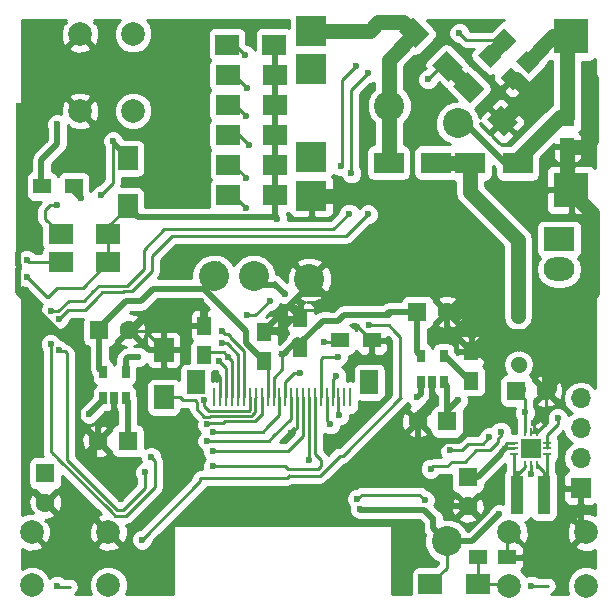
<source format=gtl>
G04 #@! TF.FileFunction,Copper,L1,Top,Signal*
%FSLAX46Y46*%
G04 Gerber Fmt 4.6, Leading zero omitted, Abs format (unit mm)*
G04 Created by KiCad (PCBNEW 4.0.6) date 10/19/17 05:59:14*
%MOMM*%
%LPD*%
G01*
G04 APERTURE LIST*
%ADD10C,0.100000*%
%ADD11C,2.000000*%
%ADD12R,3.000000X3.000000*%
%ADD13R,2.500000X2.500000*%
%ADD14R,1.600000X1.600000*%
%ADD15C,1.600000*%
%ADD16R,2.600000X2.000000*%
%ADD17O,2.600000X2.000000*%
%ADD18R,1.250000X1.500000*%
%ADD19R,1.500000X1.250000*%
%ADD20R,0.250000X1.600000*%
%ADD21R,1.500000X2.000000*%
%ADD22R,1.500000X1.300000*%
%ADD23R,1.700000X2.000000*%
%ADD24R,2.000000X1.700000*%
%ADD25R,0.250000X0.700000*%
%ADD26R,0.700000X0.250000*%
%ADD27R,0.825000X0.825000*%
%ADD28R,0.650000X1.060000*%
%ADD29R,2.500000X1.800000*%
%ADD30R,1.099820X3.299460*%
%ADD31C,2.540000*%
%ADD32R,1.700000X1.700000*%
%ADD33O,1.700000X1.700000*%
%ADD34C,0.600000*%
%ADD35C,1.270000*%
%ADD36C,0.508000*%
%ADD37C,0.250000*%
%ADD38C,0.254000*%
G04 APERTURE END LIST*
D10*
D11*
X215442800Y-137088000D03*
X215442800Y-132588000D03*
X208942800Y-137088000D03*
X208942800Y-132588000D03*
D12*
X214200000Y-90591500D03*
X214200000Y-103591500D03*
D13*
X192200000Y-104091500D03*
X192200000Y-90091500D03*
X192200000Y-93341500D03*
X192200000Y-100841500D03*
D14*
X176657000Y-124841000D03*
D15*
X174157000Y-124841000D03*
D16*
X213169500Y-107759500D03*
D17*
X213169500Y-110299500D03*
D18*
X183134000Y-117582000D03*
X183134000Y-115082000D03*
X191262000Y-116947000D03*
X191262000Y-114447000D03*
X188214000Y-118090000D03*
X188214000Y-115590000D03*
D14*
X209550000Y-120586500D03*
D15*
X212050000Y-120586500D03*
D14*
X169672000Y-127558800D03*
D15*
X169672000Y-130058800D03*
D14*
X205422500Y-127889000D03*
D15*
X205422500Y-130389000D03*
D14*
X203708000Y-123190000D03*
D15*
X201208000Y-123190000D03*
D18*
X213868000Y-97429000D03*
X213868000Y-99929000D03*
X205740000Y-119741000D03*
X205740000Y-117241000D03*
D14*
X174244000Y-115443000D03*
D15*
X176744000Y-115443000D03*
D14*
X201168000Y-113919000D03*
D15*
X203668000Y-113919000D03*
D19*
X206268000Y-134670800D03*
X208768000Y-134670800D03*
D20*
X183988000Y-121158000D03*
X184488000Y-121158000D03*
X184988000Y-121158000D03*
X185488000Y-121158000D03*
X185988000Y-121158000D03*
X186488000Y-121158000D03*
X186988000Y-121158000D03*
X187488000Y-121158000D03*
X187988000Y-121158000D03*
X188488000Y-121158000D03*
X188988000Y-121158000D03*
X189488000Y-121158000D03*
X189988000Y-121158000D03*
X190488000Y-121158000D03*
X190988000Y-121158000D03*
X191488000Y-121158000D03*
X191988000Y-121158000D03*
X192488000Y-121158000D03*
X192988000Y-121158000D03*
X193488000Y-121158000D03*
X193988000Y-121158000D03*
X194488000Y-121158000D03*
X194988000Y-121158000D03*
X195488000Y-121158000D03*
D21*
X197088000Y-119858000D03*
X182388000Y-119858000D03*
D10*
G36*
X206271957Y-92192695D02*
X207191195Y-91273457D01*
X208251855Y-92334117D01*
X207332617Y-93253355D01*
X206271957Y-92192695D01*
X206271957Y-92192695D01*
G37*
G36*
X208181145Y-94101883D02*
X209100383Y-93182645D01*
X210161043Y-94243305D01*
X209241805Y-95162543D01*
X208181145Y-94101883D01*
X208181145Y-94101883D01*
G37*
G36*
X207605457Y-90795695D02*
X208524695Y-89876457D01*
X209585355Y-90937117D01*
X208666117Y-91856355D01*
X207605457Y-90795695D01*
X207605457Y-90795695D01*
G37*
G36*
X209514645Y-92704883D02*
X210433883Y-91785645D01*
X211494543Y-92846305D01*
X210575305Y-93765543D01*
X209514645Y-92704883D01*
X209514645Y-92704883D01*
G37*
G36*
X205033362Y-93214280D02*
X203831280Y-94416362D01*
X202417066Y-93002148D01*
X203619148Y-91800066D01*
X205033362Y-93214280D01*
X205033362Y-93214280D01*
G37*
G36*
X202204934Y-90385852D02*
X201002852Y-91587934D01*
X199588638Y-90173720D01*
X200790720Y-88971638D01*
X202204934Y-90385852D01*
X202204934Y-90385852D01*
G37*
G36*
X204224138Y-94809220D02*
X205426220Y-93607138D01*
X206840434Y-95021352D01*
X205638352Y-96223434D01*
X204224138Y-94809220D01*
X204224138Y-94809220D01*
G37*
G36*
X207052566Y-97637648D02*
X208254648Y-96435566D01*
X209668862Y-97849780D01*
X208466780Y-99051862D01*
X207052566Y-97637648D01*
X207052566Y-97637648D01*
G37*
D22*
X197311000Y-116332000D03*
X194611000Y-116332000D03*
D23*
X179705000Y-117126000D03*
X179705000Y-121126000D03*
D24*
X170974000Y-107315000D03*
X174974000Y-107315000D03*
X170974000Y-109728000D03*
X174974000Y-109728000D03*
D11*
X172601500Y-96901000D03*
X177101500Y-96901000D03*
X172601500Y-90401000D03*
X177101500Y-90401000D03*
X168503600Y-132558400D03*
X168503600Y-137058400D03*
X175003600Y-132558400D03*
X175003600Y-137058400D03*
D25*
X210256500Y-126876000D03*
X210756500Y-126876000D03*
X211256500Y-126876000D03*
D26*
X212156500Y-125976000D03*
X212156500Y-125476000D03*
X212156500Y-124976000D03*
D25*
X211256500Y-124076000D03*
X210756500Y-124076000D03*
X210256500Y-124076000D03*
D26*
X209356500Y-124976000D03*
X209356500Y-125476000D03*
X209356500Y-125976000D03*
D27*
X211169000Y-125063500D03*
X210344000Y-125063500D03*
X211169000Y-125888500D03*
X210344000Y-125888500D03*
D28*
X174564000Y-121242000D03*
X175514000Y-121242000D03*
X176464000Y-121242000D03*
X176464000Y-119042000D03*
X174564000Y-119042000D03*
X201488000Y-119845000D03*
X202438000Y-119845000D03*
X203388000Y-119845000D03*
X203388000Y-117645000D03*
X201488000Y-117645000D03*
D29*
X205645000Y-101346000D03*
X209645000Y-101346000D03*
X202723500Y-101282500D03*
X198723500Y-101282500D03*
D30*
X211856320Y-129413000D03*
X209605880Y-129413000D03*
D31*
X192024000Y-111150400D03*
X204571600Y-97942400D03*
X203657200Y-133350000D03*
X187299600Y-110896400D03*
X183946800Y-110896400D03*
X198780400Y-96469200D03*
D24*
X185045600Y-91287600D03*
X189045600Y-91287600D03*
D23*
X176631600Y-104920800D03*
X176631600Y-100920800D03*
D24*
X185096400Y-93878400D03*
X189096400Y-93878400D03*
D22*
X169388800Y-103276400D03*
X172088800Y-103276400D03*
D24*
X185096400Y-96418400D03*
X189096400Y-96418400D03*
X185096400Y-98907600D03*
X189096400Y-98907600D03*
X185147200Y-101447600D03*
X189147200Y-101447600D03*
X185147200Y-104038400D03*
X189147200Y-104038400D03*
X206266800Y-136956800D03*
X202266800Y-136956800D03*
D32*
X214985600Y-128828800D03*
D33*
X214985600Y-126288800D03*
X214985600Y-123748800D03*
X214985600Y-121208800D03*
D34*
X189941200Y-112420400D03*
X189738000Y-117475000D03*
X185166000Y-117729000D03*
X196697600Y-117856000D03*
X190500000Y-124206000D03*
X167449500Y-96520000D03*
X201218800Y-127609600D03*
X195884800Y-115112800D03*
X211010500Y-123317000D03*
X210756500Y-127635000D03*
X211391500Y-96075500D03*
X215900000Y-94170500D03*
X182689500Y-103949500D03*
X182689500Y-101346000D03*
X182689500Y-98933000D03*
X182689500Y-96329500D03*
X182753000Y-93853000D03*
X182753000Y-91313000D03*
X193344800Y-131521200D03*
X193294000Y-128714500D03*
X176085500Y-129794000D03*
X167449500Y-110172500D03*
X172466000Y-118300500D03*
X172466000Y-121158000D03*
X194056000Y-113792000D03*
X182880000Y-113030000D03*
X178689000Y-113919000D03*
X189738000Y-115443000D03*
X184150000Y-119126000D03*
X210248500Y-122428000D03*
X213042500Y-122936000D03*
X209677000Y-118364000D03*
X209677000Y-114300000D03*
X208076800Y-131064000D03*
X196291200Y-130606800D03*
X202501500Y-131445000D03*
X189293500Y-106045000D03*
X168148000Y-110998000D03*
X173355000Y-122555000D03*
X204597000Y-121412000D03*
X201168000Y-121158000D03*
X177546000Y-117729000D03*
X210820000Y-137109200D03*
X196088000Y-129743200D03*
X201777600Y-129844800D03*
X170688000Y-98044000D03*
X184404000Y-118110000D03*
X184658000Y-116586000D03*
X184658000Y-115570000D03*
X186753500Y-114173000D03*
X188658500Y-112966500D03*
X193294000Y-116459000D03*
X183134000Y-121412000D03*
X183388000Y-123444000D03*
X183896000Y-124079000D03*
X191262000Y-119126000D03*
X183388000Y-124841000D03*
X183896000Y-125730000D03*
X192024000Y-126492000D03*
X183896000Y-127000000D03*
X194437000Y-117729000D03*
X193802000Y-123444000D03*
X194310000Y-119380000D03*
X194564000Y-122682000D03*
X208229200Y-124053600D03*
X202285600Y-127203200D03*
X207264000Y-124510800D03*
X203911200Y-125628400D03*
X170637200Y-137109200D03*
X197053200Y-115011200D03*
X177850800Y-133197600D03*
X194691000Y-101600000D03*
X196977000Y-105664000D03*
X195961000Y-93091000D03*
X204724000Y-90297000D03*
X170815000Y-114490500D03*
X178117500Y-127508000D03*
X170815000Y-117157500D03*
X202057000Y-94234000D03*
X196977000Y-93726000D03*
X195389500Y-105600500D03*
X195580000Y-102171500D03*
X170116500Y-116649500D03*
X170116500Y-113855500D03*
X178625500Y-126238000D03*
X170688000Y-104902000D03*
X168097200Y-109524800D03*
X186753500Y-94932500D03*
X172720000Y-104267000D03*
X186690000Y-97345500D03*
X186690000Y-102552500D03*
X186626500Y-105092500D03*
X186563000Y-92138500D03*
X175387000Y-99441000D03*
X174371000Y-104013000D03*
X186944000Y-99822000D03*
D35*
X192457500Y-93599000D02*
X192200000Y-93341500D01*
D36*
X189128400Y-111607600D02*
X188010800Y-111607600D01*
X188010800Y-111607600D02*
X187299600Y-110896400D01*
X189077600Y-111556800D02*
X189128400Y-111607600D01*
X189128400Y-111607600D02*
X189941200Y-112420400D01*
X201168000Y-113919000D02*
X201168000Y-117325000D01*
X201168000Y-117325000D02*
X201488000Y-117645000D01*
X201168000Y-113919000D02*
X198755000Y-113919000D01*
X198755000Y-113919000D02*
X198501000Y-114173000D01*
X194945000Y-114173000D02*
X194437000Y-114681000D01*
X198755000Y-114173000D02*
X198501000Y-114173000D01*
X198501000Y-114173000D02*
X195072000Y-114173000D01*
X195072000Y-114173000D02*
X194945000Y-114173000D01*
X193147000Y-114681000D02*
X191262000Y-116566000D01*
X194437000Y-114681000D02*
X193147000Y-114681000D01*
X191536000Y-116566000D02*
X191262000Y-116566000D01*
X191008000Y-116312000D02*
X189845000Y-117475000D01*
X189845000Y-117475000D02*
X189738000Y-117475000D01*
X191028000Y-116332000D02*
X191008000Y-116312000D01*
D37*
X189845000Y-117475000D02*
X189738000Y-117475000D01*
X185166000Y-117729000D02*
X184785000Y-117348000D01*
X184785000Y-117348000D02*
X183368000Y-117348000D01*
X183368000Y-117348000D02*
X183134000Y-117582000D01*
X189611000Y-117475000D02*
X189484000Y-117475000D01*
X189738000Y-117475000D02*
X189611000Y-117475000D01*
X185488000Y-118051000D02*
X185166000Y-117729000D01*
X185488000Y-121158000D02*
X185488000Y-118051000D01*
X188988000Y-121158000D02*
X188988000Y-119495000D01*
X189738000Y-118745000D02*
X189738000Y-117348000D01*
X188988000Y-119495000D02*
X189738000Y-118745000D01*
D36*
X191363600Y-112435000D02*
X191363600Y-111810800D01*
X191363600Y-111810800D02*
X192024000Y-111150400D01*
X201218800Y-127609600D02*
X201218800Y-127622300D01*
X201218800Y-127622300D02*
X203985500Y-130389000D01*
X203985500Y-130389000D02*
X205422500Y-130389000D01*
D37*
X204470000Y-113919000D02*
X203668000Y-113919000D01*
X207327500Y-115951000D02*
X207030000Y-115951000D01*
X207030000Y-115951000D02*
X205740000Y-117241000D01*
X214200000Y-103591500D02*
X214200000Y-103964000D01*
X214200000Y-103964000D02*
X215963500Y-105727500D01*
X197311000Y-117242600D02*
X197311000Y-116332000D01*
X196697600Y-117856000D02*
X197311000Y-117242600D01*
X190988000Y-121158000D02*
X190988000Y-122712800D01*
X191262000Y-114447000D02*
X190734000Y-114447000D01*
X190734000Y-114447000D02*
X189738000Y-115443000D01*
X190988000Y-122712800D02*
X190988000Y-123718000D01*
X190988000Y-123718000D02*
X190500000Y-124206000D01*
X191262000Y-114447000D02*
X191155000Y-114447000D01*
X191155000Y-114447000D02*
X190246000Y-113538000D01*
D36*
X167449500Y-110172500D02*
X167449500Y-109994700D01*
X167449500Y-96520000D02*
X167449500Y-108839000D01*
X167335200Y-108953300D02*
X167449500Y-108839000D01*
X167335200Y-109880400D02*
X167335200Y-108953300D01*
X167449500Y-109994700D02*
X167335200Y-109880400D01*
X201208000Y-125323600D02*
X202996800Y-125323600D01*
X202996800Y-125323600D02*
X203504800Y-124815600D01*
X203504800Y-124815600D02*
X204673200Y-124815600D01*
X202996800Y-125323600D02*
X203504800Y-124815600D01*
X204673200Y-124815600D02*
X207264000Y-122224800D01*
X207264000Y-118237000D02*
X206268000Y-117241000D01*
X207264000Y-122224800D02*
X207264000Y-118237000D01*
X201208000Y-127609600D02*
X201208000Y-127611500D01*
X201218800Y-127609600D02*
X201208000Y-127609600D01*
D37*
X208768000Y-134670800D02*
X208768000Y-132762800D01*
X208768000Y-132762800D02*
X208942800Y-132588000D01*
D36*
X214985600Y-128828800D02*
X214985600Y-132130800D01*
X214985600Y-132130800D02*
X215442800Y-132588000D01*
D37*
X197311000Y-116332000D02*
X197256400Y-116332000D01*
X197256400Y-116332000D02*
X196037200Y-115112800D01*
X196037200Y-115112800D02*
X195884800Y-115112800D01*
D36*
X201208000Y-123190000D02*
X201208000Y-125323600D01*
X201208000Y-125323600D02*
X201208000Y-127611500D01*
X203985500Y-130389000D02*
X205422500Y-130389000D01*
X201208000Y-127611500D02*
X203985500Y-130389000D01*
D37*
X211010500Y-123317000D02*
X211010500Y-124076000D01*
X211010500Y-124076000D02*
X211010500Y-124015500D01*
X211010500Y-124015500D02*
X211010500Y-124076000D01*
X210756500Y-126876000D02*
X210756500Y-127635000D01*
X211256500Y-124076000D02*
X211010500Y-124076000D01*
X211010500Y-124076000D02*
X210756500Y-124076000D01*
X212050000Y-120586500D02*
X212050000Y-123282500D01*
X212050000Y-123282500D02*
X211256500Y-124076000D01*
D35*
X212280500Y-115951000D02*
X212280500Y-120356000D01*
X212280500Y-120356000D02*
X212050000Y-120586500D01*
X211391500Y-96075500D02*
X210028928Y-96075500D01*
X210028928Y-96075500D02*
X208360714Y-97743714D01*
X213868000Y-99929000D02*
X215348500Y-99929000D01*
X211391500Y-96075500D02*
X209488594Y-94172594D01*
X215900000Y-99377500D02*
X215900000Y-94170500D01*
X215348500Y-99929000D02*
X215900000Y-99377500D01*
X209488594Y-94172594D02*
X209171094Y-94172594D01*
D36*
X167322500Y-111442500D02*
X167322500Y-112268000D01*
X171640500Y-116586000D02*
X172466000Y-116586000D01*
X167322500Y-112268000D02*
X171640500Y-116586000D01*
D35*
X213868000Y-99929000D02*
X213868000Y-103259500D01*
X213868000Y-103259500D02*
X214200000Y-103591500D01*
X215963500Y-110236000D02*
X215963500Y-112268000D01*
X215963500Y-105537000D02*
X215963500Y-105727500D01*
X215963500Y-105727500D02*
X215963500Y-110236000D01*
X214200000Y-103773500D02*
X215963500Y-105537000D01*
X212280500Y-115951000D02*
X207327500Y-115951000D01*
X215963500Y-112268000D02*
X212280500Y-115951000D01*
X214200000Y-103591500D02*
X214200000Y-103773500D01*
X204470000Y-113919000D02*
X204597000Y-113919000D01*
X204597000Y-113919000D02*
X207168750Y-111347250D01*
X205740000Y-117241000D02*
X206037500Y-117241000D01*
X206037500Y-117241000D02*
X207327500Y-115951000D01*
X207327500Y-115951000D02*
X207391000Y-115887500D01*
X207391000Y-111569500D02*
X207168750Y-111347250D01*
X207391000Y-115887500D02*
X207391000Y-111569500D01*
X199913000Y-104091500D02*
X192200000Y-104091500D01*
X207168750Y-111347250D02*
X199913000Y-104091500D01*
D36*
X182689500Y-101346000D02*
X182689500Y-103949500D01*
X182689500Y-98933000D02*
X182689500Y-101346000D01*
X182689500Y-96329500D02*
X182689500Y-98933000D01*
X182753000Y-93853000D02*
X182689500Y-93916500D01*
X182689500Y-93916500D02*
X182689500Y-96329500D01*
X182753000Y-91313000D02*
X182753000Y-93853000D01*
X203668000Y-115169000D02*
X205740000Y-117241000D01*
X203668000Y-113919000D02*
X203668000Y-115169000D01*
X193281300Y-131457700D02*
X193344800Y-131521200D01*
X193294000Y-128714500D02*
X193281300Y-131457700D01*
X176085500Y-129794000D02*
X173799500Y-127508000D01*
X173799500Y-127508000D02*
X173799500Y-125198500D01*
X173799500Y-125198500D02*
X174157000Y-124841000D01*
X167449500Y-110172500D02*
X167322500Y-110299500D01*
X167322500Y-110299500D02*
X167322500Y-111442500D01*
X172466000Y-116586000D02*
X172466000Y-118300500D01*
D37*
X167449500Y-110172500D02*
X167322500Y-110172500D01*
X167322500Y-110172500D02*
X167449500Y-110172500D01*
X167449500Y-110172500D02*
X167322500Y-110172500D01*
D36*
X172466000Y-121158000D02*
X172466000Y-118300500D01*
X174157000Y-124841000D02*
X174157000Y-124754000D01*
X174157000Y-124754000D02*
X172466000Y-123063000D01*
X172466000Y-123063000D02*
X172466000Y-121158000D01*
X179705000Y-117126000D02*
X178427000Y-117126000D01*
X178427000Y-117126000D02*
X176744000Y-115443000D01*
X179705000Y-117126000D02*
X178911000Y-117126000D01*
X201208000Y-123190000D02*
X201208000Y-125262000D01*
X206268000Y-117241000D02*
X205740000Y-117241000D01*
X175514000Y-121242000D02*
X175514000Y-122301000D01*
X174157000Y-123658000D02*
X174157000Y-124841000D01*
X175514000Y-122301000D02*
X174157000Y-123658000D01*
X201208000Y-123190000D02*
X201208000Y-122642000D01*
X201208000Y-122642000D02*
X201422000Y-122428000D01*
X201422000Y-122428000D02*
X201208000Y-123190000D01*
X201208000Y-123063000D02*
X201208000Y-122642000D01*
X201208000Y-122642000D02*
X202438000Y-121412000D01*
X202819000Y-112308000D02*
X202819000Y-113070000D01*
X202819000Y-113070000D02*
X203668000Y-113919000D01*
D37*
X191262000Y-114447000D02*
X191008000Y-114193000D01*
X191008000Y-114193000D02*
X191008000Y-113812000D01*
X191008000Y-113812000D02*
X191262000Y-114447000D01*
X191262000Y-114066000D02*
X191536000Y-113792000D01*
X191536000Y-113792000D02*
X194056000Y-113792000D01*
X194945000Y-112696000D02*
X195119000Y-112522000D01*
X195119000Y-112522000D02*
X196215000Y-112522000D01*
X196215000Y-112522000D02*
X196215000Y-112435000D01*
X179705000Y-117126000D02*
X178109000Y-115530000D01*
X178109000Y-115530000D02*
X176530000Y-115530000D01*
D36*
X191262000Y-114066000D02*
X190734000Y-113538000D01*
X190734000Y-113538000D02*
X190246000Y-113538000D01*
D37*
X191008000Y-113812000D02*
X190490000Y-113294000D01*
X190490000Y-113294000D02*
X190246000Y-113538000D01*
X183134000Y-115082000D02*
X182880000Y-114828000D01*
X182880000Y-114828000D02*
X182880000Y-113030000D01*
D36*
X202692000Y-112435000D02*
X202819000Y-112308000D01*
X196215000Y-112435000D02*
X202692000Y-112435000D01*
X176530000Y-115530000D02*
X176744000Y-115316000D01*
X176744000Y-115316000D02*
X177292000Y-115316000D01*
X177292000Y-115316000D02*
X178689000Y-113919000D01*
X189738000Y-115443000D02*
X188361000Y-115443000D01*
X188361000Y-115443000D02*
X188214000Y-115590000D01*
X191349000Y-112435000D02*
X191363600Y-112435000D01*
X191363600Y-112435000D02*
X196215000Y-112435000D01*
X188214000Y-115570000D02*
X190246000Y-113538000D01*
X190246000Y-113538000D02*
X191349000Y-112435000D01*
X188214000Y-115590000D02*
X188214000Y-115570000D01*
D37*
X184488000Y-121158000D02*
X184488000Y-119464000D01*
X184488000Y-119464000D02*
X184150000Y-119126000D01*
D36*
X202438000Y-121412000D02*
X202438000Y-119845000D01*
X183946800Y-110896400D02*
X183946800Y-111074200D01*
X183946800Y-111074200D02*
X183070500Y-111950500D01*
X184353200Y-109880400D02*
X184353200Y-110896400D01*
X184353200Y-110896400D02*
X183489600Y-111760000D01*
X183489600Y-111760000D02*
X183261000Y-111760000D01*
X183261000Y-111760000D02*
X183070500Y-111950500D01*
X176530000Y-113030000D02*
X177736500Y-113030000D01*
X177736500Y-113030000D02*
X178244500Y-112522000D01*
X178244500Y-112522000D02*
X178816000Y-111950500D01*
X183070500Y-111950500D02*
X178816000Y-111950500D01*
X186690000Y-116205000D02*
X186690000Y-116014500D01*
X186690000Y-116566000D02*
X188214000Y-118090000D01*
X186690000Y-116566000D02*
X186690000Y-116205000D01*
X183070500Y-111950500D02*
X186690000Y-115570000D01*
X186690000Y-115570000D02*
X186690000Y-115824000D01*
X186690000Y-115824000D02*
X186690000Y-116014500D01*
X174244000Y-115443000D02*
X174244000Y-115316000D01*
X174244000Y-115316000D02*
X176530000Y-113030000D01*
X174244000Y-115443000D02*
X174244000Y-118722000D01*
X174244000Y-118722000D02*
X174564000Y-119042000D01*
D37*
X188214000Y-118090000D02*
X188214000Y-118491000D01*
X188214000Y-118491000D02*
X188488000Y-118765000D01*
X188488000Y-118765000D02*
X188214000Y-118090000D01*
X188488000Y-121158000D02*
X188488000Y-118765000D01*
X212156500Y-124976000D02*
X212156500Y-124330000D01*
X213042500Y-123444000D02*
X213042500Y-122936000D01*
X212156500Y-124330000D02*
X213042500Y-123444000D01*
X210248500Y-122428000D02*
X210256500Y-122428000D01*
X210256500Y-122428000D02*
X210248500Y-122428000D01*
X210248500Y-122428000D02*
X210256500Y-122428000D01*
X212156500Y-124976000D02*
X212156500Y-125476000D01*
X210256500Y-124076000D02*
X210256500Y-122428000D01*
X210256500Y-122428000D02*
X210256500Y-121293000D01*
X210256500Y-121293000D02*
X209550000Y-120586500D01*
D35*
X209677000Y-120459500D02*
X209550000Y-120586500D01*
X209677000Y-113665000D02*
X209677000Y-114300000D01*
X205645000Y-103791000D02*
X209677000Y-107823000D01*
X209677000Y-107823000D02*
X209677000Y-113665000D01*
X205645000Y-101346000D02*
X205645000Y-103791000D01*
X209740500Y-118427500D02*
X209804000Y-118364000D01*
X209677000Y-118364000D02*
X209740500Y-118427500D01*
X205645000Y-101346000D02*
X202787000Y-101346000D01*
X202787000Y-101346000D02*
X202723500Y-101282500D01*
D37*
X208653000Y-124976000D02*
X208653000Y-125420500D01*
X209356500Y-124976000D02*
X208653000Y-124976000D01*
X208653000Y-125420500D02*
X208597500Y-125476000D01*
D36*
X208229200Y-125933200D02*
X208229200Y-125844300D01*
X208229200Y-125844300D02*
X208597500Y-125476000D01*
D37*
X208229200Y-125844300D02*
X208597500Y-125476000D01*
D36*
X205422500Y-127889000D02*
X206273400Y-127889000D01*
X206273400Y-127889000D02*
X208229200Y-125933200D01*
D37*
X203657200Y-133350000D02*
X203657200Y-135566400D01*
X203657200Y-135566400D02*
X202266800Y-136956800D01*
D36*
X203657200Y-133350000D02*
X205790800Y-133350000D01*
X205790800Y-133350000D02*
X208076800Y-131064000D01*
X202501500Y-131445000D02*
X202501500Y-132194300D01*
X202501500Y-132194300D02*
X203657200Y-133350000D01*
X201625200Y-130657600D02*
X201714100Y-130657600D01*
X201714100Y-130657600D02*
X202501500Y-131445000D01*
X196291200Y-130606800D02*
X196342000Y-130657600D01*
X196342000Y-130657600D02*
X201625200Y-130657600D01*
D37*
X209356500Y-125476000D02*
X208597500Y-125476000D01*
D36*
X186944000Y-105918000D02*
X189166500Y-105918000D01*
X177546000Y-105918000D02*
X186944000Y-105918000D01*
X189166500Y-105918000D02*
X189293500Y-106045000D01*
X189134500Y-105886000D02*
X189134500Y-104076500D01*
X189293500Y-106045000D02*
X189134500Y-105886000D01*
X189134500Y-101473000D02*
X189134500Y-104076500D01*
X189134500Y-98933000D02*
X189134500Y-101473000D01*
X189134500Y-96393000D02*
X189134500Y-98933000D01*
X189134500Y-93853000D02*
X189134500Y-96393000D01*
D37*
X169914500Y-112637500D02*
X169787500Y-112637500D01*
X169787500Y-112637500D02*
X168148000Y-110998000D01*
X174974000Y-109728000D02*
X172815000Y-111887000D01*
X172815000Y-111887000D02*
X170665000Y-111887000D01*
X170665000Y-111887000D02*
X169914500Y-112637500D01*
X169914500Y-112637500D02*
X169903000Y-112649000D01*
D36*
X174564000Y-121242000D02*
X174564000Y-121346000D01*
X174564000Y-121346000D02*
X173355000Y-122555000D01*
X176657000Y-124841000D02*
X176657000Y-121435000D01*
X176657000Y-121435000D02*
X176464000Y-121242000D01*
X201488000Y-119845000D02*
X201488000Y-120838000D01*
X203708000Y-123063000D02*
X203708000Y-122301000D01*
X203708000Y-122301000D02*
X204597000Y-121412000D01*
X203708000Y-123063000D02*
X203708000Y-120165000D01*
X203708000Y-120165000D02*
X203388000Y-119845000D01*
D37*
X176657000Y-104997000D02*
X174974000Y-106680000D01*
X174974000Y-106680000D02*
X174974000Y-107315000D01*
X174974000Y-109728000D02*
X174974000Y-107315000D01*
D36*
X201488000Y-120838000D02*
X201168000Y-121158000D01*
X176657000Y-105029000D02*
X177546000Y-105918000D01*
X176657000Y-104997000D02*
X176657000Y-105029000D01*
X189134500Y-91313000D02*
X189134500Y-93853000D01*
X204571600Y-97942400D02*
X205181200Y-97942400D01*
X205181200Y-97942400D02*
X208584800Y-101346000D01*
X208584800Y-101346000D02*
X209645000Y-101346000D01*
D35*
X213868000Y-97429000D02*
X213213000Y-97429000D01*
X213213000Y-97429000D02*
X209645000Y-100997000D01*
X209645000Y-100997000D02*
X209645000Y-101346000D01*
X214200000Y-90591500D02*
X212688688Y-90591500D01*
X212688688Y-90591500D02*
X210504594Y-92775594D01*
X213848000Y-97409000D02*
X213868000Y-97429000D01*
X213836000Y-94424500D02*
X213836000Y-97397000D01*
X213836000Y-97397000D02*
X213868000Y-97429000D01*
X213836000Y-94424500D02*
X213836000Y-90955500D01*
X213836000Y-90955500D02*
X214200000Y-90591500D01*
D36*
X176464000Y-117922000D02*
X176464000Y-119042000D01*
X176657000Y-117729000D02*
X176464000Y-117922000D01*
X177546000Y-117729000D02*
X176657000Y-117729000D01*
X203388000Y-117645000D02*
X203497000Y-117645000D01*
X203497000Y-117645000D02*
X205593000Y-119741000D01*
X205593000Y-119741000D02*
X205740000Y-119741000D01*
D37*
X212191600Y-137085200D02*
X210844000Y-137085200D01*
X210844000Y-137085200D02*
X210820000Y-137109200D01*
X206268000Y-134670800D02*
X206268000Y-136955600D01*
X206268000Y-136955600D02*
X206266800Y-136956800D01*
X206266800Y-136956800D02*
X208811600Y-136956800D01*
X208811600Y-136956800D02*
X208942800Y-137088000D01*
X196443600Y-129387600D02*
X196088000Y-129743200D01*
X201320400Y-129387600D02*
X196443600Y-129387600D01*
X201777600Y-129844800D02*
X201320400Y-129387600D01*
D36*
X169338000Y-101045000D02*
X169338000Y-103124000D01*
X170688000Y-99695000D02*
X169338000Y-101045000D01*
X170688000Y-98044000D02*
X170688000Y-99695000D01*
D37*
X169338000Y-103124000D02*
X169291000Y-103077000D01*
X184988000Y-121158000D02*
X184988000Y-118694000D01*
X184988000Y-118694000D02*
X184404000Y-118110000D01*
X185293000Y-116840000D02*
X185039000Y-116586000D01*
X185988000Y-117535000D02*
X185293000Y-116840000D01*
X185988000Y-121158000D02*
X185988000Y-118170000D01*
X185988000Y-118170000D02*
X185988000Y-117535000D01*
X185039000Y-116586000D02*
X184658000Y-116586000D01*
X184912000Y-115824000D02*
X184658000Y-115570000D01*
X188658500Y-112966500D02*
X187452000Y-114173000D01*
X187452000Y-114173000D02*
X186753500Y-114173000D01*
X188658500Y-112966500D02*
X188531500Y-112966500D01*
X194611000Y-116332000D02*
X194484000Y-116459000D01*
X194484000Y-116459000D02*
X193882000Y-116459000D01*
X193882000Y-116459000D02*
X194611000Y-116332000D01*
X193882000Y-116459000D02*
X193294000Y-116459000D01*
X185420000Y-116078000D02*
X185420000Y-116141500D01*
X185166000Y-115824000D02*
X185420000Y-116078000D01*
X185102500Y-115824000D02*
X185166000Y-115824000D01*
X184912000Y-115824000D02*
X185102500Y-115824000D01*
X186499500Y-117284500D02*
X186499500Y-117221000D01*
X185420000Y-116141500D02*
X185737500Y-116459000D01*
X186499500Y-117665500D02*
X186499500Y-117284500D01*
X186499500Y-117602000D02*
X186499500Y-117665500D01*
X186499500Y-117602000D02*
X186499500Y-118872000D01*
X186499500Y-117221000D02*
X185737500Y-116459000D01*
X185293000Y-116014500D02*
X185420000Y-116141500D01*
X186488000Y-121158000D02*
X186499500Y-121146500D01*
X186499500Y-121146500D02*
X186499500Y-118872000D01*
X186499500Y-118872000D02*
X186499500Y-118808500D01*
X186182000Y-122289996D02*
X183503996Y-122289996D01*
X186988000Y-121158000D02*
X186988000Y-122245996D01*
X186988000Y-122245996D02*
X186944000Y-122289996D01*
X186182000Y-122289996D02*
X186944000Y-122289996D01*
X183134000Y-121920000D02*
X183134000Y-121412000D01*
X183503996Y-122289996D02*
X183134000Y-121920000D01*
X181356000Y-121412000D02*
X181070000Y-121126000D01*
X181070000Y-121126000D02*
X179705000Y-121126000D01*
X182499000Y-121539000D02*
X182372000Y-121412000D01*
X183134000Y-122783600D02*
X182499000Y-122148600D01*
X182499000Y-122148600D02*
X182499000Y-122047000D01*
X183642000Y-122739998D02*
X183598398Y-122783600D01*
X183642000Y-122739998D02*
X185674000Y-122739998D01*
X187198000Y-122682000D02*
X187140002Y-122739998D01*
X187451301Y-122300301D02*
X187452000Y-122301000D01*
X187451301Y-121194699D02*
X187451301Y-122300301D01*
X187452000Y-122301000D02*
X187452000Y-122428000D01*
X187198000Y-122682000D02*
X187452000Y-122428000D01*
X187140002Y-122739998D02*
X186436000Y-122739998D01*
X185674000Y-122739998D02*
X186436000Y-122739998D01*
X183598398Y-122783600D02*
X183134000Y-122783600D01*
X182499000Y-121539000D02*
X182499000Y-122047000D01*
X182372000Y-121412000D02*
X181356000Y-121412000D01*
X181356000Y-121412000D02*
X181229000Y-121412000D01*
X187488000Y-121158000D02*
X187451301Y-121194699D01*
X187488000Y-121158000D02*
X187515500Y-121130500D01*
X183388000Y-123444000D02*
X183515000Y-123317000D01*
X183515000Y-123317000D02*
X183642000Y-123317000D01*
X183642000Y-123317000D02*
X184721500Y-123317000D01*
X184721500Y-123317000D02*
X184848500Y-123190000D01*
X187960000Y-122682000D02*
X187988000Y-122654000D01*
X187198000Y-123190000D02*
X184848500Y-123190000D01*
X187960000Y-122682000D02*
X187452000Y-123190000D01*
X187452000Y-123190000D02*
X187198000Y-123190000D01*
X187988000Y-121158000D02*
X187988000Y-122400000D01*
X187988000Y-122654000D02*
X187988000Y-122400000D01*
X187988000Y-121158000D02*
X187988000Y-122146000D01*
X183896000Y-124079000D02*
X188087000Y-124079000D01*
X188087000Y-124079000D02*
X188468000Y-123698000D01*
X188976000Y-123190000D02*
X188468000Y-123698000D01*
X188976000Y-123190000D02*
X189484000Y-122682000D01*
X189484000Y-122682000D02*
X189484000Y-121162000D01*
X189484000Y-121162000D02*
X189488000Y-121158000D01*
X189988000Y-119892000D02*
X189988000Y-121158000D01*
X190754000Y-119126000D02*
X189988000Y-119892000D01*
X191262000Y-119126000D02*
X190754000Y-119126000D01*
X188976000Y-124460000D02*
X188595000Y-124841000D01*
X190488000Y-122948000D02*
X188976000Y-124460000D01*
X190488000Y-121158000D02*
X190488000Y-122948000D01*
X188595000Y-124841000D02*
X183388000Y-124841000D01*
X191516000Y-123698000D02*
X191516000Y-124460000D01*
X183896000Y-125730000D02*
X189484000Y-125730000D01*
X191516000Y-121186000D02*
X191516000Y-123698000D01*
X190246000Y-125730000D02*
X189484000Y-125730000D01*
X191516000Y-124460000D02*
X190246000Y-125730000D01*
X191516000Y-121186000D02*
X191488000Y-121158000D01*
X191988000Y-121158000D02*
X191988000Y-126456000D01*
X191988000Y-126456000D02*
X192024000Y-126492000D01*
X192532000Y-125984000D02*
X193040000Y-126492000D01*
X189992000Y-127000000D02*
X183896000Y-127000000D01*
X192488000Y-125940000D02*
X192532000Y-125984000D01*
X192488000Y-125940000D02*
X192488000Y-124460000D01*
X190246000Y-127254000D02*
X189992000Y-127000000D01*
X192786000Y-127254000D02*
X190246000Y-127254000D01*
X193040000Y-127000000D02*
X192786000Y-127254000D01*
X193040000Y-126492000D02*
X193040000Y-127000000D01*
X192488000Y-124504000D02*
X192488000Y-124460000D01*
X192488000Y-124460000D02*
X192488000Y-121158000D01*
X192988000Y-121158000D02*
X192988000Y-117908000D01*
X193167000Y-117729000D02*
X192988000Y-117908000D01*
X194437000Y-117729000D02*
X193167000Y-117729000D01*
X193488000Y-123130000D02*
X193488000Y-121158000D01*
X193802000Y-123444000D02*
X193488000Y-123130000D01*
X193988000Y-119702000D02*
X193988000Y-121158000D01*
X194310000Y-119380000D02*
X193988000Y-119702000D01*
X194488000Y-121158000D02*
X194488000Y-122606000D01*
X194488000Y-122606000D02*
X194564000Y-122682000D01*
X207518000Y-125425200D02*
X207314800Y-125628400D01*
X205181200Y-126593600D02*
X206146400Y-125628400D01*
X206146400Y-125628400D02*
X206502000Y-125628400D01*
X204063600Y-126593600D02*
X205181200Y-126593600D01*
X208026000Y-124917200D02*
X207518000Y-125425200D01*
X208229200Y-124409200D02*
X208229200Y-124053600D01*
X208229200Y-124409200D02*
X208026000Y-124612400D01*
X208026000Y-124612400D02*
X208026000Y-124917200D01*
X207314800Y-125628400D02*
X206502000Y-125628400D01*
X208229200Y-124053600D02*
X208229200Y-123901200D01*
X204063600Y-126593600D02*
X204114400Y-126593600D01*
X203657200Y-127000000D02*
X204063600Y-126593600D01*
X202488800Y-127000000D02*
X203657200Y-127000000D01*
X202285600Y-127203200D02*
X202488800Y-127000000D01*
X205435200Y-125120400D02*
X206705200Y-125120400D01*
X206705200Y-125120400D02*
X206705200Y-125069600D01*
X206705200Y-125069600D02*
X207264000Y-124510800D01*
X204927200Y-125628400D02*
X205435200Y-125120400D01*
X203911200Y-125628400D02*
X204927200Y-125628400D01*
X203911200Y-125628400D02*
X204317600Y-125628400D01*
X212026500Y-127571500D02*
X211856320Y-127571500D01*
X212026500Y-127571500D02*
X211963000Y-127571500D01*
X211963000Y-127571500D02*
X212156500Y-127765000D01*
X212156500Y-127765000D02*
X211856320Y-129413000D01*
X212156500Y-125976000D02*
X212156500Y-129112820D01*
X212156500Y-129112820D02*
X211856320Y-129413000D01*
X211856320Y-129413000D02*
X211856320Y-127571500D01*
X211856320Y-127571500D02*
X211856320Y-127475820D01*
X211856320Y-127475820D02*
X211256500Y-126876000D01*
X209356500Y-127508000D02*
X209804000Y-127508000D01*
X209740500Y-127508000D02*
X209740500Y-127571500D01*
X209804000Y-127508000D02*
X209740500Y-127508000D01*
X209356500Y-127635000D02*
X209534760Y-127635000D01*
X209534760Y-127635000D02*
X209605880Y-127706120D01*
X209359500Y-127762000D02*
X209550000Y-127762000D01*
X209550000Y-127762000D02*
X209605880Y-127706120D01*
X209356500Y-127762000D02*
X209359500Y-127762000D01*
X209550000Y-127762000D02*
X209605880Y-127706120D01*
X209356500Y-125976000D02*
X209356500Y-127508000D01*
X209356500Y-127508000D02*
X209356500Y-127635000D01*
X209356500Y-127635000D02*
X209356500Y-127762000D01*
X209356500Y-127762000D02*
X209356500Y-129163620D01*
X209356500Y-129163620D02*
X209605880Y-129413000D01*
X210256500Y-126876000D02*
X210256500Y-127055500D01*
X210256500Y-127055500D02*
X209740500Y-127571500D01*
X209740500Y-127571500D02*
X209605880Y-127706120D01*
X209605880Y-127706120D02*
X209605880Y-129413000D01*
X198780400Y-96469200D02*
X198780400Y-95250000D01*
X198780400Y-95250000D02*
X198723500Y-95193100D01*
D35*
X200896786Y-90279786D02*
X200896786Y-90377714D01*
X200896786Y-90377714D02*
X198723500Y-92551000D01*
X198723500Y-92551000D02*
X198723500Y-95193100D01*
X198723500Y-95193100D02*
X198723500Y-101282500D01*
X194422000Y-90091500D02*
X197119000Y-90091500D01*
X199961500Y-89344500D02*
X200896786Y-90279786D01*
X197866000Y-89344500D02*
X199961500Y-89344500D01*
X197119000Y-90091500D02*
X197866000Y-89344500D01*
X192200000Y-90091500D02*
X194422000Y-90091500D01*
D37*
X171754800Y-137186800D02*
X170714800Y-137186800D01*
X170714800Y-137186800D02*
X170637200Y-137109200D01*
X192836800Y-127787400D02*
X192888998Y-127787400D01*
X192888998Y-127787400D02*
X194590798Y-126085600D01*
X194868800Y-126085600D02*
X199720200Y-121234200D01*
X194590798Y-126085600D02*
X194868800Y-126085600D01*
X190271400Y-127787400D02*
X192836800Y-127787400D01*
X189534800Y-127965200D02*
X190093600Y-127965200D01*
X190093600Y-127965200D02*
X190271400Y-127787400D01*
X190271400Y-127787400D02*
X190296800Y-127762000D01*
X199212200Y-115493800D02*
X198729600Y-115011200D01*
X198729600Y-115011200D02*
X197053200Y-115011200D01*
X199720200Y-121234200D02*
X199720200Y-116001800D01*
X199720200Y-116001800D02*
X199212200Y-115493800D01*
X199212200Y-115493800D02*
X199186800Y-115468400D01*
X182778400Y-127965200D02*
X189534800Y-127965200D01*
X177850800Y-133197600D02*
X182778400Y-128270000D01*
X182778400Y-128270000D02*
X182778400Y-127965200D01*
X199720200Y-121234200D02*
X199745600Y-121208800D01*
X194691000Y-101600000D02*
X194754500Y-101600000D01*
X194754500Y-101600000D02*
X194691000Y-101600000D01*
X194691000Y-101600000D02*
X194754500Y-101600000D01*
X195135500Y-107505500D02*
X196977000Y-105664000D01*
X178689000Y-110490000D02*
X178689000Y-109220000D01*
X177032498Y-112146502D02*
X178689000Y-110490000D01*
X176339500Y-112146502D02*
X177032498Y-112146502D01*
X178689000Y-109220000D02*
X180403500Y-107505500D01*
X180403500Y-107505500D02*
X195135500Y-107505500D01*
X208595406Y-90866406D02*
X205293406Y-90866406D01*
X194754500Y-94297500D02*
X194754500Y-101600000D01*
X195961000Y-93091000D02*
X194754500Y-94297500D01*
X205293406Y-90866406D02*
X204724000Y-90297000D01*
X206499906Y-92263406D02*
X207261906Y-92263406D01*
D35*
X208595406Y-90866406D02*
X208595406Y-90929906D01*
X208595406Y-90929906D02*
X207261906Y-92263406D01*
D37*
X176466500Y-112146502D02*
X176339500Y-112146502D01*
X174498000Y-112268000D02*
X176218002Y-112268000D01*
X176218002Y-112268000D02*
X176339500Y-112146502D01*
X173037500Y-113728500D02*
X173926500Y-112839500D01*
X171577000Y-113728500D02*
X173037500Y-113728500D01*
X170815000Y-114490500D02*
X171577000Y-113728500D01*
X173926500Y-112839500D02*
X174498000Y-112268000D01*
X171323000Y-117221000D02*
X170878500Y-117221000D01*
X173037500Y-127952500D02*
X171958000Y-126873000D01*
X171958000Y-126873000D02*
X171513500Y-126428500D01*
X171513500Y-126428500D02*
X171513500Y-117411500D01*
X171513500Y-117411500D02*
X171323000Y-117221000D01*
X176276000Y-130683000D02*
X175768000Y-130683000D01*
X175768000Y-130683000D02*
X173545500Y-128460500D01*
X178117500Y-128841500D02*
X176657000Y-130302000D01*
X178117500Y-127508000D02*
X178117500Y-128841500D01*
X176657000Y-130302000D02*
X176276000Y-130683000D01*
X173545500Y-128460500D02*
X173037500Y-127952500D01*
X170878500Y-117221000D02*
X170815000Y-117157500D01*
D35*
X203725214Y-93108214D02*
X205532286Y-94915286D01*
D37*
X202057000Y-94234000D02*
X203182786Y-93108214D01*
X195580000Y-101473000D02*
X195580000Y-95123000D01*
X195580000Y-102171500D02*
X195580000Y-101473000D01*
X179705000Y-106934000D02*
X177990500Y-108648500D01*
X194056000Y-106934000D02*
X179832000Y-106934000D01*
X195389500Y-105600500D02*
X194056000Y-106934000D01*
X179832000Y-106934000D02*
X179705000Y-106934000D01*
X177990500Y-108648500D02*
X177990500Y-110299500D01*
X172910500Y-112966500D02*
X171640500Y-112966500D01*
X173736000Y-112141000D02*
X172910500Y-112966500D01*
X171640500Y-112966500D02*
X170751500Y-113855500D01*
X175196500Y-130810000D02*
X175577500Y-131191000D01*
X175196500Y-130810000D02*
X170688000Y-126301500D01*
X170624500Y-126238000D02*
X170688000Y-126301500D01*
X176530000Y-131191000D02*
X178212750Y-129508250D01*
X175577500Y-131191000D02*
X176530000Y-131191000D01*
X170624500Y-126238000D02*
X170307000Y-125920500D01*
X170116500Y-125730000D02*
X170307000Y-125920500D01*
X170116500Y-116649500D02*
X170116500Y-125730000D01*
X170116500Y-113855500D02*
X170751500Y-113855500D01*
X174180500Y-111696500D02*
X173736000Y-112141000D01*
X176530000Y-111696500D02*
X174180500Y-111696500D01*
X176593500Y-111696500D02*
X177990500Y-110299500D01*
X176530000Y-111696500D02*
X176593500Y-111696500D01*
X195580000Y-95123000D02*
X196977000Y-93726000D01*
X203182786Y-93108214D02*
X203725214Y-93108214D01*
X178212750Y-129508250D02*
X178943000Y-128778000D01*
X178943000Y-126555500D02*
X178625500Y-126238000D01*
X178943000Y-128778000D02*
X178943000Y-126555500D01*
X178244500Y-129476500D02*
X178212750Y-129508250D01*
X170053000Y-104902000D02*
X170688000Y-104902000D01*
X170974000Y-107315000D02*
X169672000Y-106013000D01*
X169672000Y-105283000D02*
X169926000Y-105029000D01*
X169672000Y-105537000D02*
X169672000Y-105283000D01*
X169672000Y-106013000D02*
X169672000Y-105537000D01*
X169926000Y-105029000D02*
X170053000Y-104902000D01*
X168300400Y-109728000D02*
X170974000Y-109728000D01*
X168097200Y-109524800D02*
X168300400Y-109728000D01*
X170847000Y-109601000D02*
X170974000Y-109728000D01*
X170847000Y-109601000D02*
X170974000Y-109728000D01*
X170720000Y-109474000D02*
X170974000Y-109728000D01*
X170847000Y-109601000D02*
X170974000Y-109728000D01*
X170974000Y-109728000D02*
X170720000Y-109474000D01*
X185134500Y-93853000D02*
X185674000Y-93853000D01*
X185674000Y-93853000D02*
X186753500Y-94932500D01*
D36*
X172038000Y-103124000D02*
X172038000Y-103585000D01*
X172038000Y-103585000D02*
X172720000Y-104267000D01*
D37*
X172720000Y-103806000D02*
X172038000Y-103124000D01*
X172720000Y-104267000D02*
X172720000Y-103806000D01*
X185134500Y-96393000D02*
X185737500Y-96393000D01*
X185737500Y-96393000D02*
X186690000Y-97345500D01*
X185134500Y-101473000D02*
X185610500Y-101473000D01*
X185610500Y-101473000D02*
X186690000Y-102552500D01*
X185134500Y-104076500D02*
X185610500Y-104076500D01*
X185610500Y-104076500D02*
X186626500Y-105092500D01*
X185134500Y-91313000D02*
X185737500Y-91313000D01*
X185737500Y-91313000D02*
X186563000Y-92138500D01*
X185134500Y-91313000D02*
X184277000Y-91313000D01*
X176631600Y-100920800D02*
X176631600Y-100685600D01*
X176631600Y-100685600D02*
X175387000Y-99441000D01*
X176657000Y-100997000D02*
X175387000Y-99727000D01*
X175387000Y-99727000D02*
X175387000Y-99441000D01*
X175387000Y-99441000D02*
X175387000Y-102997000D01*
X175387000Y-102997000D02*
X174371000Y-104013000D01*
X185134500Y-98933000D02*
X186055000Y-98933000D01*
X186055000Y-98933000D02*
X186944000Y-99822000D01*
D38*
G36*
X208281068Y-89276603D02*
X208066886Y-89418648D01*
X207379128Y-90106406D01*
X205656920Y-90106406D01*
X205517117Y-89768057D01*
X205254327Y-89504808D01*
X204910799Y-89362162D01*
X204538833Y-89361838D01*
X204195057Y-89503883D01*
X203931808Y-89766673D01*
X203789162Y-90110201D01*
X203788838Y-90482167D01*
X203930883Y-90825943D01*
X204193673Y-91089192D01*
X204537201Y-91231838D01*
X204584077Y-91231879D01*
X204756005Y-91403807D01*
X205002567Y-91568554D01*
X205293406Y-91626406D01*
X205922628Y-91626406D01*
X205814148Y-91734886D01*
X205679063Y-91932589D01*
X205624579Y-92183751D01*
X205672103Y-92436322D01*
X205814148Y-92650504D01*
X205958586Y-92794942D01*
X205962505Y-92800807D01*
X205968370Y-92804726D01*
X206874808Y-93711164D01*
X207072511Y-93846249D01*
X207323673Y-93900733D01*
X207576244Y-93853209D01*
X207604626Y-93834386D01*
X207546144Y-93975574D01*
X207546145Y-94228193D01*
X207642818Y-94461582D01*
X208060406Y-94879170D01*
X208284912Y-94879170D01*
X208991489Y-94172594D01*
X208977347Y-94158452D01*
X209156952Y-93978847D01*
X209171094Y-93992989D01*
X209185236Y-93978846D01*
X209364842Y-94158452D01*
X209350699Y-94172594D01*
X210127986Y-94949881D01*
X210352493Y-94949881D01*
X210520742Y-94781631D01*
X210699371Y-94603003D01*
X210796004Y-94369711D01*
X210818932Y-94365397D01*
X211033114Y-94223352D01*
X211952352Y-93304114D01*
X212087437Y-93106411D01*
X212120017Y-92956223D01*
X212412583Y-92663656D01*
X212448110Y-92687931D01*
X212566000Y-92711804D01*
X212566000Y-96363244D01*
X212314974Y-96530974D01*
X209047388Y-99798560D01*
X208395000Y-99798560D01*
X208310496Y-99814460D01*
X207267353Y-98771317D01*
X207512716Y-98771317D01*
X207512716Y-98995823D01*
X208107081Y-99590188D01*
X208340470Y-99686861D01*
X208593089Y-99686862D01*
X208826478Y-99590189D01*
X209314778Y-99101889D01*
X209314778Y-98877383D01*
X208360714Y-97923319D01*
X207512716Y-98771317D01*
X207267353Y-98771317D01*
X206476567Y-97980531D01*
X206476632Y-97906553D01*
X206514240Y-97997347D01*
X207108605Y-98591712D01*
X207333111Y-98591712D01*
X208181109Y-97743714D01*
X208540319Y-97743714D01*
X209494383Y-98697778D01*
X209718889Y-98697778D01*
X210207189Y-98209478D01*
X210303862Y-97976089D01*
X210303861Y-97723470D01*
X210207188Y-97490081D01*
X209612823Y-96895716D01*
X209388317Y-96895716D01*
X208540319Y-97743714D01*
X208181109Y-97743714D01*
X207227045Y-96789650D01*
X207002539Y-96789650D01*
X206514239Y-97277950D01*
X206436157Y-97466457D01*
X206187522Y-96864714D01*
X206040934Y-96717870D01*
X206096161Y-96681243D01*
X206391865Y-96385539D01*
X207406650Y-96385539D01*
X207406650Y-96610045D01*
X208360714Y-97564109D01*
X209208712Y-96716111D01*
X209208712Y-96491605D01*
X208614347Y-95897240D01*
X208380958Y-95800567D01*
X208128339Y-95800566D01*
X207894950Y-95897239D01*
X207406650Y-96385539D01*
X206391865Y-96385539D01*
X207298243Y-95479161D01*
X207433328Y-95281458D01*
X207481633Y-95058776D01*
X208464518Y-95058776D01*
X208464518Y-95283282D01*
X208882106Y-95700870D01*
X209115495Y-95797543D01*
X209368114Y-95797544D01*
X209601503Y-95700871D01*
X209780131Y-95522242D01*
X209948381Y-95353993D01*
X209948381Y-95129486D01*
X209171094Y-94352199D01*
X208464518Y-95058776D01*
X207481633Y-95058776D01*
X207487812Y-95030296D01*
X207440288Y-94777725D01*
X207298243Y-94563543D01*
X205884029Y-93149329D01*
X205686326Y-93014244D01*
X205639507Y-93004088D01*
X205633216Y-92970653D01*
X205491171Y-92756471D01*
X204076957Y-91342257D01*
X203879254Y-91207172D01*
X203628092Y-91152688D01*
X203375521Y-91200212D01*
X203161339Y-91342257D01*
X201959257Y-92544339D01*
X201824172Y-92742042D01*
X201769688Y-92993204D01*
X201817212Y-93245775D01*
X201856582Y-93305139D01*
X201528057Y-93440883D01*
X201264808Y-93703673D01*
X201122162Y-94047201D01*
X201121838Y-94419167D01*
X201263883Y-94762943D01*
X201526673Y-95026192D01*
X201870201Y-95168838D01*
X202242167Y-95169162D01*
X202585943Y-95027117D01*
X202849192Y-94764327D01*
X202970789Y-94471489D01*
X203373471Y-94874171D01*
X203571174Y-95009256D01*
X203617993Y-95019412D01*
X203624284Y-95052847D01*
X203766329Y-95267029D01*
X204536669Y-96037369D01*
X204194335Y-96037070D01*
X203493914Y-96326478D01*
X202957561Y-96861895D01*
X202666932Y-97561810D01*
X202666270Y-98319665D01*
X202955678Y-99020086D01*
X203491095Y-99556439D01*
X203921264Y-99735060D01*
X201473500Y-99735060D01*
X201238183Y-99779338D01*
X201022059Y-99918410D01*
X200877069Y-100130610D01*
X200826060Y-100382500D01*
X200826060Y-102182500D01*
X200870338Y-102417817D01*
X201009410Y-102633941D01*
X201221610Y-102778931D01*
X201473500Y-102829940D01*
X203973500Y-102829940D01*
X204092153Y-102807614D01*
X204143110Y-102842431D01*
X204375000Y-102889390D01*
X204375000Y-103790995D01*
X204374999Y-103791000D01*
X204471673Y-104277008D01*
X204746974Y-104689026D01*
X208407000Y-108349052D01*
X208407000Y-114300000D01*
X208503673Y-114786008D01*
X208778974Y-115198026D01*
X209190992Y-115473327D01*
X209677000Y-115570000D01*
X210163008Y-115473327D01*
X210575026Y-115198026D01*
X210850327Y-114786008D01*
X210947000Y-114300000D01*
X210947000Y-110299500D01*
X211196591Y-110299500D01*
X211321048Y-110925187D01*
X211675471Y-111455620D01*
X212205904Y-111810043D01*
X212831591Y-111934500D01*
X213507409Y-111934500D01*
X214133096Y-111810043D01*
X214663529Y-111455620D01*
X215017952Y-110925187D01*
X215142409Y-110299500D01*
X215017952Y-109673813D01*
X214778407Y-109315308D01*
X214920941Y-109223590D01*
X215065931Y-109011390D01*
X215116940Y-108759500D01*
X215116940Y-106759500D01*
X215072662Y-106524183D01*
X214933590Y-106308059D01*
X214721390Y-106163069D01*
X214469500Y-106112060D01*
X211869500Y-106112060D01*
X211634183Y-106156338D01*
X211418059Y-106295410D01*
X211273069Y-106507610D01*
X211222060Y-106759500D01*
X211222060Y-108759500D01*
X211266338Y-108994817D01*
X211405410Y-109210941D01*
X211559829Y-109316451D01*
X211321048Y-109673813D01*
X211196591Y-110299500D01*
X210947000Y-110299500D01*
X210947000Y-107823000D01*
X210850327Y-107336992D01*
X210575026Y-106924974D01*
X207527302Y-103877250D01*
X212065000Y-103877250D01*
X212065000Y-105217810D01*
X212161673Y-105451199D01*
X212340302Y-105629827D01*
X212573691Y-105726500D01*
X213914250Y-105726500D01*
X214073000Y-105567750D01*
X214073000Y-103718500D01*
X212223750Y-103718500D01*
X212065000Y-103877250D01*
X207527302Y-103877250D01*
X206915000Y-103264948D01*
X206915000Y-102889677D01*
X207130317Y-102849162D01*
X207346441Y-102710090D01*
X207491431Y-102497890D01*
X207542440Y-102246000D01*
X207542440Y-101560876D01*
X207747560Y-101765996D01*
X207747560Y-102246000D01*
X207791838Y-102481317D01*
X207930910Y-102697441D01*
X208143110Y-102842431D01*
X208395000Y-102893440D01*
X210895000Y-102893440D01*
X211130317Y-102849162D01*
X211346441Y-102710090D01*
X211491431Y-102497890D01*
X211542440Y-102246000D01*
X211542440Y-101965190D01*
X212065000Y-101965190D01*
X212065000Y-103305750D01*
X212223750Y-103464500D01*
X214073000Y-103464500D01*
X214073000Y-101615250D01*
X213914250Y-101456500D01*
X212573691Y-101456500D01*
X212340302Y-101553173D01*
X212161673Y-101731801D01*
X212065000Y-101965190D01*
X211542440Y-101965190D01*
X211542440Y-100895612D01*
X212223302Y-100214750D01*
X212608000Y-100214750D01*
X212608000Y-100805309D01*
X212704673Y-101038698D01*
X212883301Y-101217327D01*
X213116690Y-101314000D01*
X213582250Y-101314000D01*
X213741000Y-101155250D01*
X213741000Y-100056000D01*
X213995000Y-100056000D01*
X213995000Y-101155250D01*
X214153750Y-101314000D01*
X214619310Y-101314000D01*
X214852699Y-101217327D01*
X215031327Y-101038698D01*
X215128000Y-100805309D01*
X215128000Y-100214750D01*
X214969250Y-100056000D01*
X213995000Y-100056000D01*
X213741000Y-100056000D01*
X212766750Y-100056000D01*
X212608000Y-100214750D01*
X212223302Y-100214750D01*
X212701401Y-99736651D01*
X212766750Y-99802000D01*
X213741000Y-99802000D01*
X213741000Y-99782000D01*
X213995000Y-99782000D01*
X213995000Y-99802000D01*
X214969250Y-99802000D01*
X215128000Y-99643250D01*
X215128000Y-99052691D01*
X215031327Y-98819302D01*
X214890090Y-98678064D01*
X214944441Y-98643090D01*
X215089431Y-98430890D01*
X215140440Y-98179000D01*
X215140440Y-96679000D01*
X215106000Y-96495967D01*
X215106000Y-92738940D01*
X215700000Y-92738940D01*
X215935317Y-92694662D01*
X216151441Y-92555590D01*
X216206000Y-92475740D01*
X216206000Y-101699474D01*
X216059698Y-101553173D01*
X215826309Y-101456500D01*
X214485750Y-101456500D01*
X214327000Y-101615250D01*
X214327000Y-103464500D01*
X214347000Y-103464500D01*
X214347000Y-103718500D01*
X214327000Y-103718500D01*
X214327000Y-105567750D01*
X214485750Y-105726500D01*
X215826309Y-105726500D01*
X216059698Y-105629827D01*
X216206000Y-105483526D01*
X216206000Y-120370147D01*
X216064747Y-120158746D01*
X215582978Y-119836839D01*
X215014693Y-119723800D01*
X214956507Y-119723800D01*
X214388222Y-119836839D01*
X213906453Y-120158746D01*
X213584546Y-120640515D01*
X213471507Y-121208800D01*
X213584546Y-121777085D01*
X213906453Y-122258854D01*
X214235626Y-122478800D01*
X213945390Y-122672729D01*
X213835617Y-122407057D01*
X213572827Y-122143808D01*
X213229299Y-122001162D01*
X212857333Y-122000838D01*
X212513557Y-122142883D01*
X212250308Y-122405673D01*
X212107662Y-122749201D01*
X212107338Y-123121167D01*
X212160900Y-123250798D01*
X211956605Y-123455093D01*
X211919827Y-123366302D01*
X211741199Y-123187673D01*
X211507810Y-123091000D01*
X211477750Y-123091000D01*
X211319000Y-123249750D01*
X211319000Y-123265474D01*
X211241199Y-123187673D01*
X211054653Y-123110403D01*
X211035250Y-123091000D01*
X211016500Y-123091000D01*
X211016500Y-122982477D01*
X211040692Y-122958327D01*
X211183338Y-122614799D01*
X211183662Y-122242833D01*
X211041617Y-121899057D01*
X211016500Y-121873896D01*
X211016500Y-121594245D01*
X211221861Y-121594245D01*
X211295995Y-121840364D01*
X211833223Y-122033465D01*
X212403454Y-122006278D01*
X212804005Y-121840364D01*
X212878139Y-121594245D01*
X212050000Y-120766105D01*
X211221861Y-121594245D01*
X211016500Y-121594245D01*
X211016500Y-121406881D01*
X211042255Y-121414639D01*
X211870395Y-120586500D01*
X212229605Y-120586500D01*
X213057745Y-121414639D01*
X213303864Y-121340505D01*
X213496965Y-120803277D01*
X213469778Y-120233046D01*
X213303864Y-119832495D01*
X213057745Y-119758361D01*
X212229605Y-120586500D01*
X211870395Y-120586500D01*
X211042255Y-119758361D01*
X210994833Y-119772645D01*
X210958351Y-119578755D01*
X211221861Y-119578755D01*
X212050000Y-120406895D01*
X212878139Y-119578755D01*
X212804005Y-119332636D01*
X212266777Y-119139535D01*
X211696546Y-119166722D01*
X211295995Y-119332636D01*
X211221861Y-119578755D01*
X210958351Y-119578755D01*
X210953162Y-119551183D01*
X210814090Y-119335059D01*
X210703648Y-119259597D01*
X210977327Y-118850008D01*
X211074001Y-118364000D01*
X210977327Y-117877992D01*
X210702026Y-117465974D01*
X210290008Y-117190673D01*
X209804000Y-117093999D01*
X209740500Y-117106630D01*
X209677000Y-117093999D01*
X209190992Y-117190673D01*
X208778974Y-117465974D01*
X208503673Y-117877992D01*
X208406999Y-118364000D01*
X208503673Y-118850008D01*
X208702751Y-119147950D01*
X208514683Y-119183338D01*
X208298559Y-119322410D01*
X208153569Y-119534610D01*
X208102560Y-119786500D01*
X208102560Y-121386500D01*
X208146838Y-121621817D01*
X208285910Y-121837941D01*
X208498110Y-121982931D01*
X208750000Y-122033940D01*
X209399725Y-122033940D01*
X209313662Y-122241201D01*
X209313338Y-122613167D01*
X209455383Y-122956943D01*
X209496500Y-122998132D01*
X209496500Y-123664569D01*
X209484060Y-123726000D01*
X209484060Y-124184335D01*
X209480059Y-124186910D01*
X209468683Y-124203560D01*
X209164070Y-124203560D01*
X209164362Y-123868433D01*
X209022317Y-123524657D01*
X208759527Y-123261408D01*
X208415999Y-123118762D01*
X208044033Y-123118438D01*
X207700257Y-123260483D01*
X207437008Y-123523273D01*
X207415142Y-123575931D01*
X207078833Y-123575638D01*
X206735057Y-123717683D01*
X206471808Y-123980473D01*
X206329162Y-124324001D01*
X206329130Y-124360400D01*
X205435200Y-124360400D01*
X205144361Y-124418252D01*
X205084874Y-124458000D01*
X204897799Y-124582999D01*
X204612398Y-124868400D01*
X204473663Y-124868400D01*
X204441527Y-124836208D01*
X204097999Y-124693562D01*
X203726033Y-124693238D01*
X203382257Y-124835283D01*
X203119008Y-125098073D01*
X202976362Y-125441601D01*
X202976038Y-125813567D01*
X203118083Y-126157343D01*
X203200596Y-126240000D01*
X202488800Y-126240000D01*
X202346766Y-126268253D01*
X202100433Y-126268038D01*
X201756657Y-126410083D01*
X201493408Y-126672873D01*
X201350762Y-127016401D01*
X201350438Y-127388367D01*
X201492483Y-127732143D01*
X201755273Y-127995392D01*
X202098801Y-128138038D01*
X202470767Y-128138362D01*
X202814543Y-127996317D01*
X203051273Y-127760000D01*
X203657200Y-127760000D01*
X203948039Y-127702148D01*
X203975060Y-127684093D01*
X203975060Y-128689000D01*
X204019338Y-128924317D01*
X204158410Y-129140441D01*
X204370610Y-129285431D01*
X204608701Y-129333646D01*
X204594361Y-129381255D01*
X205422500Y-130209395D01*
X206250639Y-129381255D01*
X206236355Y-129333833D01*
X206457817Y-129292162D01*
X206673941Y-129153090D01*
X206818931Y-128940890D01*
X206869940Y-128689000D01*
X206869940Y-128539052D01*
X206902018Y-128517618D01*
X208596500Y-126823136D01*
X208596500Y-127310931D01*
X208459539Y-127511380D01*
X208408530Y-127763270D01*
X208408530Y-130189343D01*
X208263599Y-130129162D01*
X207891633Y-130128838D01*
X207547857Y-130270883D01*
X207284608Y-130533673D01*
X207238251Y-130645313D01*
X205422564Y-132461000D01*
X205351085Y-132461000D01*
X205273122Y-132272314D01*
X204737705Y-131735961D01*
X204037790Y-131445332D01*
X203436501Y-131444807D01*
X203436542Y-131396745D01*
X204594361Y-131396745D01*
X204668495Y-131642864D01*
X205205723Y-131835965D01*
X205775954Y-131808778D01*
X206176505Y-131642864D01*
X206250639Y-131396745D01*
X205422500Y-130568605D01*
X204594361Y-131396745D01*
X203436542Y-131396745D01*
X203436662Y-131259833D01*
X203294617Y-130916057D01*
X203031827Y-130652808D01*
X202920187Y-130606451D01*
X202604728Y-130290992D01*
X202654045Y-130172223D01*
X203975535Y-130172223D01*
X204002722Y-130742454D01*
X204168636Y-131143005D01*
X204414755Y-131217139D01*
X205242895Y-130389000D01*
X205602105Y-130389000D01*
X206430245Y-131217139D01*
X206676364Y-131143005D01*
X206869465Y-130605777D01*
X206842278Y-130035546D01*
X206676364Y-129634995D01*
X206430245Y-129560861D01*
X205602105Y-130389000D01*
X205242895Y-130389000D01*
X204414755Y-129560861D01*
X204168636Y-129634995D01*
X203975535Y-130172223D01*
X202654045Y-130172223D01*
X202712438Y-130031599D01*
X202712762Y-129659633D01*
X202570717Y-129315857D01*
X202307927Y-129052608D01*
X201964399Y-128909962D01*
X201917523Y-128909921D01*
X201857801Y-128850199D01*
X201611239Y-128685452D01*
X201320400Y-128627600D01*
X196443600Y-128627600D01*
X196152760Y-128685452D01*
X195969211Y-128808096D01*
X195902833Y-128808038D01*
X195559057Y-128950083D01*
X195295808Y-129212873D01*
X195153162Y-129556401D01*
X195152838Y-129928367D01*
X195294883Y-130272143D01*
X195381662Y-130359073D01*
X195356362Y-130420001D01*
X195356038Y-130791967D01*
X195498083Y-131135743D01*
X195760873Y-131398992D01*
X196104401Y-131541638D01*
X196317990Y-131541824D01*
X196342000Y-131546600D01*
X201345864Y-131546600D01*
X201612500Y-131813236D01*
X201612500Y-132194300D01*
X201680171Y-132534506D01*
X201769808Y-132668657D01*
X201836173Y-132767979D01*
X201752532Y-132969410D01*
X201751870Y-133727265D01*
X202041278Y-134427686D01*
X202576695Y-134964039D01*
X202897200Y-135097124D01*
X202897200Y-135251598D01*
X202689438Y-135459360D01*
X201266800Y-135459360D01*
X201031483Y-135503638D01*
X200815359Y-135642710D01*
X200670369Y-135854910D01*
X200619360Y-136106800D01*
X200619360Y-137783500D01*
X199009000Y-137783500D01*
X199009000Y-132080000D01*
X199000315Y-132033841D01*
X198973035Y-131991447D01*
X198931410Y-131963006D01*
X198882000Y-131953000D01*
X180594000Y-131953000D01*
X180547841Y-131961685D01*
X180505447Y-131988965D01*
X180477006Y-132030590D01*
X180467000Y-132080000D01*
X180467000Y-137783500D01*
X176472865Y-137783500D01*
X176638316Y-137385048D01*
X176638884Y-136734605D01*
X176390494Y-136133457D01*
X175930963Y-135673122D01*
X175330248Y-135423684D01*
X174679805Y-135423116D01*
X174078657Y-135671506D01*
X173618322Y-136131037D01*
X173368884Y-136731752D01*
X173368316Y-137382195D01*
X173534132Y-137783500D01*
X172203454Y-137783500D01*
X172292201Y-137724201D01*
X172456948Y-137477639D01*
X172514800Y-137186800D01*
X172456948Y-136895961D01*
X172292201Y-136649399D01*
X172045639Y-136484652D01*
X171754800Y-136426800D01*
X171277128Y-136426800D01*
X171167527Y-136317008D01*
X170823999Y-136174362D01*
X170452033Y-136174038D01*
X170108257Y-136316083D01*
X170007509Y-136416655D01*
X169890494Y-136133457D01*
X169430963Y-135673122D01*
X168830248Y-135423684D01*
X168179805Y-135423116D01*
X167651500Y-135641408D01*
X167651500Y-133986021D01*
X168239061Y-134204308D01*
X168889060Y-134180256D01*
X169377864Y-133977787D01*
X169476527Y-133710932D01*
X174030673Y-133710932D01*
X174129336Y-133977787D01*
X174739061Y-134204308D01*
X175389060Y-134180256D01*
X175877864Y-133977787D01*
X175976527Y-133710932D01*
X175003600Y-132738005D01*
X174030673Y-133710932D01*
X169476527Y-133710932D01*
X168503600Y-132738005D01*
X168489458Y-132752148D01*
X168309853Y-132572543D01*
X168323995Y-132558400D01*
X168309853Y-132544258D01*
X168489458Y-132364653D01*
X168503600Y-132378795D01*
X168517743Y-132364653D01*
X168697348Y-132544258D01*
X168683205Y-132558400D01*
X169656132Y-133531327D01*
X169922987Y-133432664D01*
X170149508Y-132822939D01*
X170129931Y-132293861D01*
X173357692Y-132293861D01*
X173381744Y-132943860D01*
X173584213Y-133432664D01*
X173851068Y-133531327D01*
X174823995Y-132558400D01*
X173851068Y-131585473D01*
X173584213Y-131684136D01*
X173357692Y-132293861D01*
X170129931Y-132293861D01*
X170125456Y-132172940D01*
X169922987Y-131684136D01*
X169656134Y-131585474D01*
X169749892Y-131491716D01*
X170025454Y-131478578D01*
X170426005Y-131312664D01*
X170500139Y-131066545D01*
X169672000Y-130238405D01*
X169657858Y-130252548D01*
X169478252Y-130072942D01*
X169492395Y-130058800D01*
X169851605Y-130058800D01*
X170679745Y-130886939D01*
X170925864Y-130812805D01*
X171118965Y-130275577D01*
X171091778Y-129705346D01*
X170925864Y-129304795D01*
X170679745Y-129230661D01*
X169851605Y-130058800D01*
X169492395Y-130058800D01*
X168664255Y-129230661D01*
X168418136Y-129304795D01*
X168225035Y-129842023D01*
X168252222Y-130412254D01*
X168418136Y-130812805D01*
X168664253Y-130886939D01*
X168633726Y-130917466D01*
X168118140Y-130936544D01*
X167651500Y-131129832D01*
X167651500Y-111804238D01*
X167961201Y-111932838D01*
X168008077Y-111932879D01*
X169250099Y-113174901D01*
X169384729Y-113264858D01*
X169324308Y-113325173D01*
X169181662Y-113668701D01*
X169181338Y-114040667D01*
X169323383Y-114384443D01*
X169586173Y-114647692D01*
X169926705Y-114789094D01*
X170021883Y-115019443D01*
X170284673Y-115282692D01*
X170628201Y-115425338D01*
X171000167Y-115425662D01*
X171343943Y-115283617D01*
X171607192Y-115020827D01*
X171749838Y-114677299D01*
X171749879Y-114630423D01*
X171891802Y-114488500D01*
X172827847Y-114488500D01*
X172796560Y-114643000D01*
X172796560Y-116243000D01*
X172840838Y-116478317D01*
X172979910Y-116694441D01*
X173192110Y-116839431D01*
X173355000Y-116872417D01*
X173355000Y-118722000D01*
X173422671Y-119062206D01*
X173556186Y-119262025D01*
X173591560Y-119314966D01*
X173591560Y-119572000D01*
X173635838Y-119807317D01*
X173774910Y-120023441D01*
X173950232Y-120143233D01*
X173787559Y-120247910D01*
X173642569Y-120460110D01*
X173591560Y-120712000D01*
X173591560Y-121061204D01*
X172936526Y-121716238D01*
X172826057Y-121761883D01*
X172562808Y-122024673D01*
X172420162Y-122368201D01*
X172419838Y-122740167D01*
X172561883Y-123083943D01*
X172824673Y-123347192D01*
X173168201Y-123489838D01*
X173540167Y-123490162D01*
X173883943Y-123348117D01*
X174147192Y-123085327D01*
X174193549Y-122973687D01*
X174747796Y-122419440D01*
X174889000Y-122419440D01*
X175029086Y-122393081D01*
X175062690Y-122407000D01*
X175228250Y-122407000D01*
X175387000Y-122248250D01*
X175387000Y-122167949D01*
X175485431Y-122023890D01*
X175513176Y-121886880D01*
X175535838Y-122007317D01*
X175641000Y-122170743D01*
X175641000Y-122248250D01*
X175768000Y-122375250D01*
X175768000Y-123410307D01*
X175621683Y-123437838D01*
X175405559Y-123576910D01*
X175260569Y-123789110D01*
X175212354Y-124027201D01*
X175164745Y-124012861D01*
X174336605Y-124841000D01*
X175164745Y-125669139D01*
X175212167Y-125654855D01*
X175253838Y-125876317D01*
X175392910Y-126092441D01*
X175605110Y-126237431D01*
X175857000Y-126288440D01*
X177457000Y-126288440D01*
X177690494Y-126244505D01*
X177690338Y-126423167D01*
X177778452Y-126636420D01*
X177588557Y-126714883D01*
X177325308Y-126977673D01*
X177182662Y-127321201D01*
X177182338Y-127693167D01*
X177324383Y-128036943D01*
X177357500Y-128070118D01*
X177357500Y-128526698D01*
X176022000Y-129862198D01*
X172273500Y-126113698D01*
X172273500Y-125848745D01*
X173328861Y-125848745D01*
X173402995Y-126094864D01*
X173940223Y-126287965D01*
X174510454Y-126260778D01*
X174911005Y-126094864D01*
X174985139Y-125848745D01*
X174157000Y-125020605D01*
X173328861Y-125848745D01*
X172273500Y-125848745D01*
X172273500Y-124624223D01*
X172710035Y-124624223D01*
X172737222Y-125194454D01*
X172903136Y-125595005D01*
X173149255Y-125669139D01*
X173977395Y-124841000D01*
X173149255Y-124012861D01*
X172903136Y-124086995D01*
X172710035Y-124624223D01*
X172273500Y-124624223D01*
X172273500Y-123833255D01*
X173328861Y-123833255D01*
X174157000Y-124661395D01*
X174985139Y-123833255D01*
X174911005Y-123587136D01*
X174373777Y-123394035D01*
X173803546Y-123421222D01*
X173402995Y-123587136D01*
X173328861Y-123833255D01*
X172273500Y-123833255D01*
X172273500Y-117411500D01*
X172215648Y-117120661D01*
X172050901Y-116874099D01*
X171860401Y-116683599D01*
X171613839Y-116518852D01*
X171470052Y-116490251D01*
X171345327Y-116365308D01*
X171001799Y-116222662D01*
X170951788Y-116222618D01*
X170909617Y-116120557D01*
X170646827Y-115857308D01*
X170303299Y-115714662D01*
X169931333Y-115714338D01*
X169587557Y-115856383D01*
X169324308Y-116119173D01*
X169181662Y-116462701D01*
X169181338Y-116834667D01*
X169323383Y-117178443D01*
X169356500Y-117211618D01*
X169356500Y-125730000D01*
X169414352Y-126020839D01*
X169474836Y-126111360D01*
X168872000Y-126111360D01*
X168636683Y-126155638D01*
X168420559Y-126294710D01*
X168275569Y-126506910D01*
X168224560Y-126758800D01*
X168224560Y-128358800D01*
X168268838Y-128594117D01*
X168407910Y-128810241D01*
X168620110Y-128955231D01*
X168858201Y-129003446D01*
X168843861Y-129051055D01*
X169672000Y-129879195D01*
X170500139Y-129051055D01*
X170485855Y-129003633D01*
X170707317Y-128961962D01*
X170923441Y-128822890D01*
X171068431Y-128610690D01*
X171119440Y-128358800D01*
X171119440Y-127807742D01*
X174356583Y-131044885D01*
X174129336Y-131139013D01*
X174030673Y-131405868D01*
X175003600Y-132378795D01*
X175017743Y-132364653D01*
X175197348Y-132544258D01*
X175183205Y-132558400D01*
X176156132Y-133531327D01*
X176422987Y-133432664D01*
X176649508Y-132822939D01*
X176625456Y-132172940D01*
X176533257Y-131950352D01*
X176820839Y-131893148D01*
X177067401Y-131728401D01*
X179480401Y-129315401D01*
X179645148Y-129068840D01*
X179657600Y-129006240D01*
X179703000Y-128778000D01*
X179703000Y-126555500D01*
X179645148Y-126264661D01*
X179560588Y-126138107D01*
X179560662Y-126052833D01*
X179418617Y-125709057D01*
X179155827Y-125445808D01*
X178812299Y-125303162D01*
X178440333Y-125302838D01*
X178104440Y-125441626D01*
X178104440Y-124041000D01*
X178060162Y-123805683D01*
X177921090Y-123589559D01*
X177708890Y-123444569D01*
X177546000Y-123411583D01*
X177546000Y-121435000D01*
X177478329Y-121094794D01*
X177436440Y-121032103D01*
X177436440Y-120712000D01*
X177392162Y-120476683D01*
X177253090Y-120260559D01*
X177077768Y-120140767D01*
X177240441Y-120036090D01*
X177385431Y-119823890D01*
X177436440Y-119572000D01*
X177436440Y-118663905D01*
X177731167Y-118664162D01*
X178074943Y-118522117D01*
X178256632Y-118340745D01*
X178316673Y-118485698D01*
X178495301Y-118664327D01*
X178728690Y-118761000D01*
X179419250Y-118761000D01*
X179578000Y-118602250D01*
X179578000Y-117253000D01*
X179832000Y-117253000D01*
X179832000Y-118602250D01*
X179990750Y-118761000D01*
X180681310Y-118761000D01*
X180914699Y-118664327D01*
X181093327Y-118485698D01*
X181190000Y-118252309D01*
X181190000Y-117411750D01*
X181031250Y-117253000D01*
X179832000Y-117253000D01*
X179578000Y-117253000D01*
X179558000Y-117253000D01*
X179558000Y-116999000D01*
X179578000Y-116999000D01*
X179578000Y-115649750D01*
X179832000Y-115649750D01*
X179832000Y-116999000D01*
X181031250Y-116999000D01*
X181190000Y-116840250D01*
X181190000Y-115999691D01*
X181093327Y-115766302D01*
X180914699Y-115587673D01*
X180681310Y-115491000D01*
X179990750Y-115491000D01*
X179832000Y-115649750D01*
X179578000Y-115649750D01*
X179419250Y-115491000D01*
X178728690Y-115491000D01*
X178495301Y-115587673D01*
X178316673Y-115766302D01*
X178220000Y-115999691D01*
X178220000Y-116840250D01*
X178378748Y-116998998D01*
X178220000Y-116998998D01*
X178220000Y-117080732D01*
X178076327Y-116936808D01*
X177732799Y-116794162D01*
X177360833Y-116793838D01*
X177249112Y-116840000D01*
X177152445Y-116840000D01*
X177498005Y-116696864D01*
X177572139Y-116450745D01*
X176744000Y-115622605D01*
X175915861Y-116450745D01*
X175989995Y-116696864D01*
X176483969Y-116874418D01*
X176316794Y-116907671D01*
X176111867Y-117044599D01*
X176028382Y-117100382D01*
X175835382Y-117293382D01*
X175642671Y-117581794D01*
X175575000Y-117922000D01*
X175575000Y-118212646D01*
X175542569Y-118260110D01*
X175514824Y-118397120D01*
X175492162Y-118276683D01*
X175353090Y-118060559D01*
X175140890Y-117915569D01*
X175133000Y-117913971D01*
X175133000Y-116873693D01*
X175279317Y-116846162D01*
X175495441Y-116707090D01*
X175640431Y-116494890D01*
X175688646Y-116256799D01*
X175736255Y-116271139D01*
X176564395Y-115443000D01*
X176923605Y-115443000D01*
X177751745Y-116271139D01*
X177997864Y-116197005D01*
X178190965Y-115659777D01*
X178163778Y-115089546D01*
X177997864Y-114688995D01*
X177751745Y-114614861D01*
X176923605Y-115443000D01*
X176564395Y-115443000D01*
X176550252Y-115428858D01*
X176729858Y-115249252D01*
X176744000Y-115263395D01*
X177572139Y-114435255D01*
X177502992Y-114205691D01*
X181874000Y-114205691D01*
X181874000Y-114796250D01*
X182032750Y-114955000D01*
X183007000Y-114955000D01*
X183007000Y-113855750D01*
X182848250Y-113697000D01*
X182382690Y-113697000D01*
X182149301Y-113793673D01*
X181970673Y-113972302D01*
X181874000Y-114205691D01*
X177502992Y-114205691D01*
X177498005Y-114189136D01*
X176960777Y-113996035D01*
X176814213Y-114003023D01*
X176898236Y-113919000D01*
X177736500Y-113919000D01*
X178076706Y-113851329D01*
X178365118Y-113658618D01*
X179184236Y-112839500D01*
X182702264Y-112839500D01*
X183559764Y-113697000D01*
X183419750Y-113697000D01*
X183261000Y-113855750D01*
X183261000Y-114955000D01*
X183281000Y-114955000D01*
X183281000Y-115209000D01*
X183261000Y-115209000D01*
X183261000Y-115229000D01*
X183007000Y-115229000D01*
X183007000Y-115209000D01*
X182032750Y-115209000D01*
X181874000Y-115367750D01*
X181874000Y-115958309D01*
X181970673Y-116191698D01*
X182111910Y-116332936D01*
X182057559Y-116367910D01*
X181912569Y-116580110D01*
X181861560Y-116832000D01*
X181861560Y-118210560D01*
X181638000Y-118210560D01*
X181402683Y-118254838D01*
X181186559Y-118393910D01*
X181041569Y-118606110D01*
X180990560Y-118858000D01*
X180990560Y-119655065D01*
X180806890Y-119529569D01*
X180555000Y-119478560D01*
X178855000Y-119478560D01*
X178619683Y-119522838D01*
X178403559Y-119661910D01*
X178258569Y-119874110D01*
X178207560Y-120126000D01*
X178207560Y-122126000D01*
X178251838Y-122361317D01*
X178390910Y-122577441D01*
X178603110Y-122722431D01*
X178855000Y-122773440D01*
X180555000Y-122773440D01*
X180790317Y-122729162D01*
X181006441Y-122590090D01*
X181151431Y-122377890D01*
X181194514Y-122165140D01*
X181229000Y-122172000D01*
X181743655Y-122172000D01*
X181796852Y-122439439D01*
X181961599Y-122686001D01*
X182476528Y-123200930D01*
X182453162Y-123257201D01*
X182452838Y-123629167D01*
X182594883Y-123972943D01*
X182764209Y-124142565D01*
X182595808Y-124310673D01*
X182453162Y-124654201D01*
X182452838Y-125026167D01*
X182594883Y-125369943D01*
X182857673Y-125633192D01*
X182961046Y-125676117D01*
X182960838Y-125915167D01*
X183102883Y-126258943D01*
X183208710Y-126364954D01*
X183103808Y-126469673D01*
X182961162Y-126813201D01*
X182960838Y-127185167D01*
X182969115Y-127205200D01*
X182778400Y-127205200D01*
X182487561Y-127263052D01*
X182240999Y-127427799D01*
X182076252Y-127674361D01*
X182020884Y-127952714D01*
X177711120Y-132262478D01*
X177665633Y-132262438D01*
X177321857Y-132404483D01*
X177058608Y-132667273D01*
X176915962Y-133010801D01*
X176915638Y-133382767D01*
X177057683Y-133726543D01*
X177320473Y-133989792D01*
X177664001Y-134132438D01*
X178035967Y-134132762D01*
X178379743Y-133990717D01*
X178642992Y-133727927D01*
X178785638Y-133384399D01*
X178785679Y-133337523D01*
X183315801Y-128807401D01*
X183370726Y-128725200D01*
X190093600Y-128725200D01*
X190384439Y-128667348D01*
X190563954Y-128547400D01*
X192888998Y-128547400D01*
X193179837Y-128489548D01*
X193426399Y-128324801D01*
X194914738Y-126836462D01*
X195159639Y-126787748D01*
X195406201Y-126623001D01*
X197831457Y-124197745D01*
X200379861Y-124197745D01*
X200453995Y-124443864D01*
X200991223Y-124636965D01*
X201561454Y-124609778D01*
X201962005Y-124443864D01*
X202036139Y-124197745D01*
X201208000Y-123369605D01*
X200379861Y-124197745D01*
X197831457Y-124197745D01*
X199055979Y-122973223D01*
X199761035Y-122973223D01*
X199788222Y-123543454D01*
X199954136Y-123944005D01*
X200200255Y-124018139D01*
X201028395Y-123190000D01*
X200200255Y-122361861D01*
X199954136Y-122435995D01*
X199761035Y-122973223D01*
X199055979Y-122973223D01*
X200283001Y-121746201D01*
X200354904Y-121638590D01*
X200374883Y-121686943D01*
X200574014Y-121886422D01*
X200453995Y-121936136D01*
X200379861Y-122182255D01*
X201208000Y-123010395D01*
X202036139Y-122182255D01*
X201962005Y-121936136D01*
X201778150Y-121870051D01*
X201960192Y-121688327D01*
X202006549Y-121576687D01*
X202116618Y-121466618D01*
X202309329Y-121178206D01*
X202377000Y-120838000D01*
X202377000Y-120674354D01*
X202409431Y-120626890D01*
X202437176Y-120489880D01*
X202459838Y-120610317D01*
X202565000Y-120773743D01*
X202565000Y-120851250D01*
X202723750Y-121010000D01*
X202819000Y-121010000D01*
X202819000Y-121759307D01*
X202672683Y-121786838D01*
X202456559Y-121925910D01*
X202311569Y-122138110D01*
X202263354Y-122376201D01*
X202215745Y-122361861D01*
X201387605Y-123190000D01*
X202215745Y-124018139D01*
X202263167Y-124003855D01*
X202304838Y-124225317D01*
X202443910Y-124441441D01*
X202656110Y-124586431D01*
X202908000Y-124637440D01*
X204508000Y-124637440D01*
X204743317Y-124593162D01*
X204959441Y-124454090D01*
X205104431Y-124241890D01*
X205155440Y-123990000D01*
X205155440Y-122390000D01*
X205121034Y-122207146D01*
X205125943Y-122205117D01*
X205389192Y-121942327D01*
X205531838Y-121598799D01*
X205532162Y-121226833D01*
X205495639Y-121138440D01*
X206365000Y-121138440D01*
X206600317Y-121094162D01*
X206816441Y-120955090D01*
X206961431Y-120742890D01*
X207012440Y-120491000D01*
X207012440Y-118991000D01*
X206968162Y-118755683D01*
X206829090Y-118539559D01*
X206760994Y-118493031D01*
X206903327Y-118350698D01*
X207000000Y-118117309D01*
X207000000Y-117526750D01*
X206841250Y-117368000D01*
X205867000Y-117368000D01*
X205867000Y-117388000D01*
X205613000Y-117388000D01*
X205613000Y-117368000D01*
X204638750Y-117368000D01*
X204557993Y-117448757D01*
X204360440Y-117251204D01*
X204360440Y-117115000D01*
X204316162Y-116879683D01*
X204177090Y-116663559D01*
X203964890Y-116518569D01*
X203713000Y-116467560D01*
X203063000Y-116467560D01*
X202827683Y-116511838D01*
X202611559Y-116650910D01*
X202466569Y-116863110D01*
X202438824Y-117000120D01*
X202416162Y-116879683D01*
X202277090Y-116663559D01*
X202064890Y-116518569D01*
X202057000Y-116516971D01*
X202057000Y-116364691D01*
X204480000Y-116364691D01*
X204480000Y-116955250D01*
X204638750Y-117114000D01*
X205613000Y-117114000D01*
X205613000Y-116014750D01*
X205867000Y-116014750D01*
X205867000Y-117114000D01*
X206841250Y-117114000D01*
X207000000Y-116955250D01*
X207000000Y-116364691D01*
X206903327Y-116131302D01*
X206724699Y-115952673D01*
X206491310Y-115856000D01*
X206025750Y-115856000D01*
X205867000Y-116014750D01*
X205613000Y-116014750D01*
X205454250Y-115856000D01*
X204988690Y-115856000D01*
X204755301Y-115952673D01*
X204576673Y-116131302D01*
X204480000Y-116364691D01*
X202057000Y-116364691D01*
X202057000Y-115349693D01*
X202203317Y-115322162D01*
X202419441Y-115183090D01*
X202564431Y-114970890D01*
X202573370Y-114926745D01*
X202839861Y-114926745D01*
X202913995Y-115172864D01*
X203451223Y-115365965D01*
X204021454Y-115338778D01*
X204422005Y-115172864D01*
X204496139Y-114926745D01*
X203668000Y-114098605D01*
X202839861Y-114926745D01*
X202573370Y-114926745D01*
X202612646Y-114732799D01*
X202660255Y-114747139D01*
X203488395Y-113919000D01*
X203847605Y-113919000D01*
X204675745Y-114747139D01*
X204921864Y-114673005D01*
X205114965Y-114135777D01*
X205087778Y-113565546D01*
X204921864Y-113164995D01*
X204675745Y-113090861D01*
X203847605Y-113919000D01*
X203488395Y-113919000D01*
X202660255Y-113090861D01*
X202612833Y-113105145D01*
X202576351Y-112911255D01*
X202839861Y-112911255D01*
X203668000Y-113739395D01*
X204496139Y-112911255D01*
X204422005Y-112665136D01*
X203884777Y-112472035D01*
X203314546Y-112499222D01*
X202913995Y-112665136D01*
X202839861Y-112911255D01*
X202576351Y-112911255D01*
X202571162Y-112883683D01*
X202432090Y-112667559D01*
X202219890Y-112522569D01*
X201968000Y-112471560D01*
X200368000Y-112471560D01*
X200132683Y-112515838D01*
X199916559Y-112654910D01*
X199771569Y-112867110D01*
X199738583Y-113030000D01*
X198755000Y-113030000D01*
X198414794Y-113097671D01*
X198135933Y-113284000D01*
X194945000Y-113284000D01*
X194604794Y-113351671D01*
X194316382Y-113544382D01*
X194068764Y-113792000D01*
X193147000Y-113792000D01*
X192806795Y-113859670D01*
X192522000Y-114049965D01*
X192522000Y-113570691D01*
X192425327Y-113337302D01*
X192246699Y-113158673D01*
X192013310Y-113062000D01*
X191796724Y-113062000D01*
X192452632Y-113044836D01*
X193060480Y-112793057D01*
X193192172Y-112498177D01*
X192024000Y-111330005D01*
X192009858Y-111344148D01*
X191830253Y-111164543D01*
X191844395Y-111150400D01*
X192203605Y-111150400D01*
X193371777Y-112318572D01*
X193666657Y-112186880D01*
X193938261Y-111479364D01*
X193918436Y-110721768D01*
X193666657Y-110113920D01*
X193371777Y-109982228D01*
X192203605Y-111150400D01*
X191844395Y-111150400D01*
X190676223Y-109982228D01*
X190381343Y-110113920D01*
X190109739Y-110821436D01*
X190123451Y-111345415D01*
X189706218Y-110928182D01*
X189417805Y-110735471D01*
X189204778Y-110693097D01*
X189204930Y-110519135D01*
X188915522Y-109818714D01*
X188899460Y-109802623D01*
X190855828Y-109802623D01*
X192024000Y-110970795D01*
X193192172Y-109802623D01*
X193060480Y-109507743D01*
X192352964Y-109236139D01*
X191595368Y-109255964D01*
X190987520Y-109507743D01*
X190855828Y-109802623D01*
X188899460Y-109802623D01*
X188380105Y-109282361D01*
X187680190Y-108991732D01*
X186922335Y-108991070D01*
X186221914Y-109280478D01*
X185685561Y-109815895D01*
X185623406Y-109965581D01*
X185562722Y-109818714D01*
X185027305Y-109282361D01*
X184992629Y-109267963D01*
X184981818Y-109251782D01*
X184693406Y-109059071D01*
X184353200Y-108991400D01*
X184335209Y-108994979D01*
X184327390Y-108991732D01*
X183569535Y-108991070D01*
X182869114Y-109280478D01*
X182332761Y-109815895D01*
X182042132Y-110515810D01*
X182041655Y-111061500D01*
X179192302Y-111061500D01*
X179226401Y-111027401D01*
X179391148Y-110780839D01*
X179449000Y-110490000D01*
X179449000Y-109534802D01*
X180718302Y-108265500D01*
X195135500Y-108265500D01*
X195426339Y-108207648D01*
X195672901Y-108042901D01*
X197116680Y-106599122D01*
X197162167Y-106599162D01*
X197505943Y-106457117D01*
X197769192Y-106194327D01*
X197911838Y-105850799D01*
X197912162Y-105478833D01*
X197770117Y-105135057D01*
X197507327Y-104871808D01*
X197163799Y-104729162D01*
X196791833Y-104728838D01*
X196448057Y-104870883D01*
X196201428Y-105117082D01*
X196182617Y-105071557D01*
X195919827Y-104808308D01*
X195576299Y-104665662D01*
X195204333Y-104665338D01*
X194860557Y-104807383D01*
X194597308Y-105070173D01*
X194454662Y-105413701D01*
X194454621Y-105460577D01*
X193741198Y-106174000D01*
X190228388Y-106174000D01*
X190228662Y-105859833D01*
X190094791Y-105535840D01*
X190147200Y-105535840D01*
X190329009Y-105501630D01*
X190411673Y-105701199D01*
X190590302Y-105879827D01*
X190823691Y-105976500D01*
X191914250Y-105976500D01*
X192073000Y-105817750D01*
X192073000Y-104218500D01*
X192327000Y-104218500D01*
X192327000Y-105817750D01*
X192485750Y-105976500D01*
X193576309Y-105976500D01*
X193809698Y-105879827D01*
X193988327Y-105701199D01*
X194085000Y-105467810D01*
X194085000Y-104377250D01*
X193926250Y-104218500D01*
X192327000Y-104218500D01*
X192073000Y-104218500D01*
X192053000Y-104218500D01*
X192053000Y-103964500D01*
X192073000Y-103964500D01*
X192073000Y-103944500D01*
X192327000Y-103944500D01*
X192327000Y-103964500D01*
X193926250Y-103964500D01*
X194085000Y-103805750D01*
X194085000Y-102715190D01*
X193988327Y-102481801D01*
X193966662Y-102460136D01*
X194046431Y-102343390D01*
X194057482Y-102288820D01*
X194160673Y-102392192D01*
X194504201Y-102534838D01*
X194718534Y-102535025D01*
X194786883Y-102700443D01*
X195049673Y-102963692D01*
X195393201Y-103106338D01*
X195765167Y-103106662D01*
X196108943Y-102964617D01*
X196372192Y-102701827D01*
X196514838Y-102358299D01*
X196515162Y-101986333D01*
X196373117Y-101642557D01*
X196340000Y-101609382D01*
X196340000Y-95437802D01*
X197116680Y-94661122D01*
X197162167Y-94661162D01*
X197453500Y-94540786D01*
X197453500Y-95102057D01*
X197166361Y-95388695D01*
X196875732Y-96088610D01*
X196875070Y-96846465D01*
X197164478Y-97546886D01*
X197453500Y-97836413D01*
X197453500Y-99738823D01*
X197238183Y-99779338D01*
X197022059Y-99918410D01*
X196877069Y-100130610D01*
X196826060Y-100382500D01*
X196826060Y-102182500D01*
X196870338Y-102417817D01*
X197009410Y-102633941D01*
X197221610Y-102778931D01*
X197473500Y-102829940D01*
X199973500Y-102829940D01*
X200208817Y-102785662D01*
X200424941Y-102646590D01*
X200569931Y-102434390D01*
X200620940Y-102182500D01*
X200620940Y-100382500D01*
X200576662Y-100147183D01*
X200437590Y-99931059D01*
X200225390Y-99786069D01*
X199993500Y-99739110D01*
X199993500Y-97949944D01*
X200394439Y-97549705D01*
X200685068Y-96849790D01*
X200685730Y-96091935D01*
X200396322Y-95391514D01*
X199993500Y-94987988D01*
X199993500Y-93077052D01*
X200863523Y-92207028D01*
X200993908Y-92235312D01*
X201246479Y-92187788D01*
X201460661Y-92045743D01*
X202662743Y-90843661D01*
X202797828Y-90645958D01*
X202852312Y-90394796D01*
X202804788Y-90142225D01*
X202662743Y-89928043D01*
X201964200Y-89229500D01*
X208531402Y-89229500D01*
X208281068Y-89276603D01*
X208281068Y-89276603D01*
G37*
X208281068Y-89276603D02*
X208066886Y-89418648D01*
X207379128Y-90106406D01*
X205656920Y-90106406D01*
X205517117Y-89768057D01*
X205254327Y-89504808D01*
X204910799Y-89362162D01*
X204538833Y-89361838D01*
X204195057Y-89503883D01*
X203931808Y-89766673D01*
X203789162Y-90110201D01*
X203788838Y-90482167D01*
X203930883Y-90825943D01*
X204193673Y-91089192D01*
X204537201Y-91231838D01*
X204584077Y-91231879D01*
X204756005Y-91403807D01*
X205002567Y-91568554D01*
X205293406Y-91626406D01*
X205922628Y-91626406D01*
X205814148Y-91734886D01*
X205679063Y-91932589D01*
X205624579Y-92183751D01*
X205672103Y-92436322D01*
X205814148Y-92650504D01*
X205958586Y-92794942D01*
X205962505Y-92800807D01*
X205968370Y-92804726D01*
X206874808Y-93711164D01*
X207072511Y-93846249D01*
X207323673Y-93900733D01*
X207576244Y-93853209D01*
X207604626Y-93834386D01*
X207546144Y-93975574D01*
X207546145Y-94228193D01*
X207642818Y-94461582D01*
X208060406Y-94879170D01*
X208284912Y-94879170D01*
X208991489Y-94172594D01*
X208977347Y-94158452D01*
X209156952Y-93978847D01*
X209171094Y-93992989D01*
X209185236Y-93978846D01*
X209364842Y-94158452D01*
X209350699Y-94172594D01*
X210127986Y-94949881D01*
X210352493Y-94949881D01*
X210520742Y-94781631D01*
X210699371Y-94603003D01*
X210796004Y-94369711D01*
X210818932Y-94365397D01*
X211033114Y-94223352D01*
X211952352Y-93304114D01*
X212087437Y-93106411D01*
X212120017Y-92956223D01*
X212412583Y-92663656D01*
X212448110Y-92687931D01*
X212566000Y-92711804D01*
X212566000Y-96363244D01*
X212314974Y-96530974D01*
X209047388Y-99798560D01*
X208395000Y-99798560D01*
X208310496Y-99814460D01*
X207267353Y-98771317D01*
X207512716Y-98771317D01*
X207512716Y-98995823D01*
X208107081Y-99590188D01*
X208340470Y-99686861D01*
X208593089Y-99686862D01*
X208826478Y-99590189D01*
X209314778Y-99101889D01*
X209314778Y-98877383D01*
X208360714Y-97923319D01*
X207512716Y-98771317D01*
X207267353Y-98771317D01*
X206476567Y-97980531D01*
X206476632Y-97906553D01*
X206514240Y-97997347D01*
X207108605Y-98591712D01*
X207333111Y-98591712D01*
X208181109Y-97743714D01*
X208540319Y-97743714D01*
X209494383Y-98697778D01*
X209718889Y-98697778D01*
X210207189Y-98209478D01*
X210303862Y-97976089D01*
X210303861Y-97723470D01*
X210207188Y-97490081D01*
X209612823Y-96895716D01*
X209388317Y-96895716D01*
X208540319Y-97743714D01*
X208181109Y-97743714D01*
X207227045Y-96789650D01*
X207002539Y-96789650D01*
X206514239Y-97277950D01*
X206436157Y-97466457D01*
X206187522Y-96864714D01*
X206040934Y-96717870D01*
X206096161Y-96681243D01*
X206391865Y-96385539D01*
X207406650Y-96385539D01*
X207406650Y-96610045D01*
X208360714Y-97564109D01*
X209208712Y-96716111D01*
X209208712Y-96491605D01*
X208614347Y-95897240D01*
X208380958Y-95800567D01*
X208128339Y-95800566D01*
X207894950Y-95897239D01*
X207406650Y-96385539D01*
X206391865Y-96385539D01*
X207298243Y-95479161D01*
X207433328Y-95281458D01*
X207481633Y-95058776D01*
X208464518Y-95058776D01*
X208464518Y-95283282D01*
X208882106Y-95700870D01*
X209115495Y-95797543D01*
X209368114Y-95797544D01*
X209601503Y-95700871D01*
X209780131Y-95522242D01*
X209948381Y-95353993D01*
X209948381Y-95129486D01*
X209171094Y-94352199D01*
X208464518Y-95058776D01*
X207481633Y-95058776D01*
X207487812Y-95030296D01*
X207440288Y-94777725D01*
X207298243Y-94563543D01*
X205884029Y-93149329D01*
X205686326Y-93014244D01*
X205639507Y-93004088D01*
X205633216Y-92970653D01*
X205491171Y-92756471D01*
X204076957Y-91342257D01*
X203879254Y-91207172D01*
X203628092Y-91152688D01*
X203375521Y-91200212D01*
X203161339Y-91342257D01*
X201959257Y-92544339D01*
X201824172Y-92742042D01*
X201769688Y-92993204D01*
X201817212Y-93245775D01*
X201856582Y-93305139D01*
X201528057Y-93440883D01*
X201264808Y-93703673D01*
X201122162Y-94047201D01*
X201121838Y-94419167D01*
X201263883Y-94762943D01*
X201526673Y-95026192D01*
X201870201Y-95168838D01*
X202242167Y-95169162D01*
X202585943Y-95027117D01*
X202849192Y-94764327D01*
X202970789Y-94471489D01*
X203373471Y-94874171D01*
X203571174Y-95009256D01*
X203617993Y-95019412D01*
X203624284Y-95052847D01*
X203766329Y-95267029D01*
X204536669Y-96037369D01*
X204194335Y-96037070D01*
X203493914Y-96326478D01*
X202957561Y-96861895D01*
X202666932Y-97561810D01*
X202666270Y-98319665D01*
X202955678Y-99020086D01*
X203491095Y-99556439D01*
X203921264Y-99735060D01*
X201473500Y-99735060D01*
X201238183Y-99779338D01*
X201022059Y-99918410D01*
X200877069Y-100130610D01*
X200826060Y-100382500D01*
X200826060Y-102182500D01*
X200870338Y-102417817D01*
X201009410Y-102633941D01*
X201221610Y-102778931D01*
X201473500Y-102829940D01*
X203973500Y-102829940D01*
X204092153Y-102807614D01*
X204143110Y-102842431D01*
X204375000Y-102889390D01*
X204375000Y-103790995D01*
X204374999Y-103791000D01*
X204471673Y-104277008D01*
X204746974Y-104689026D01*
X208407000Y-108349052D01*
X208407000Y-114300000D01*
X208503673Y-114786008D01*
X208778974Y-115198026D01*
X209190992Y-115473327D01*
X209677000Y-115570000D01*
X210163008Y-115473327D01*
X210575026Y-115198026D01*
X210850327Y-114786008D01*
X210947000Y-114300000D01*
X210947000Y-110299500D01*
X211196591Y-110299500D01*
X211321048Y-110925187D01*
X211675471Y-111455620D01*
X212205904Y-111810043D01*
X212831591Y-111934500D01*
X213507409Y-111934500D01*
X214133096Y-111810043D01*
X214663529Y-111455620D01*
X215017952Y-110925187D01*
X215142409Y-110299500D01*
X215017952Y-109673813D01*
X214778407Y-109315308D01*
X214920941Y-109223590D01*
X215065931Y-109011390D01*
X215116940Y-108759500D01*
X215116940Y-106759500D01*
X215072662Y-106524183D01*
X214933590Y-106308059D01*
X214721390Y-106163069D01*
X214469500Y-106112060D01*
X211869500Y-106112060D01*
X211634183Y-106156338D01*
X211418059Y-106295410D01*
X211273069Y-106507610D01*
X211222060Y-106759500D01*
X211222060Y-108759500D01*
X211266338Y-108994817D01*
X211405410Y-109210941D01*
X211559829Y-109316451D01*
X211321048Y-109673813D01*
X211196591Y-110299500D01*
X210947000Y-110299500D01*
X210947000Y-107823000D01*
X210850327Y-107336992D01*
X210575026Y-106924974D01*
X207527302Y-103877250D01*
X212065000Y-103877250D01*
X212065000Y-105217810D01*
X212161673Y-105451199D01*
X212340302Y-105629827D01*
X212573691Y-105726500D01*
X213914250Y-105726500D01*
X214073000Y-105567750D01*
X214073000Y-103718500D01*
X212223750Y-103718500D01*
X212065000Y-103877250D01*
X207527302Y-103877250D01*
X206915000Y-103264948D01*
X206915000Y-102889677D01*
X207130317Y-102849162D01*
X207346441Y-102710090D01*
X207491431Y-102497890D01*
X207542440Y-102246000D01*
X207542440Y-101560876D01*
X207747560Y-101765996D01*
X207747560Y-102246000D01*
X207791838Y-102481317D01*
X207930910Y-102697441D01*
X208143110Y-102842431D01*
X208395000Y-102893440D01*
X210895000Y-102893440D01*
X211130317Y-102849162D01*
X211346441Y-102710090D01*
X211491431Y-102497890D01*
X211542440Y-102246000D01*
X211542440Y-101965190D01*
X212065000Y-101965190D01*
X212065000Y-103305750D01*
X212223750Y-103464500D01*
X214073000Y-103464500D01*
X214073000Y-101615250D01*
X213914250Y-101456500D01*
X212573691Y-101456500D01*
X212340302Y-101553173D01*
X212161673Y-101731801D01*
X212065000Y-101965190D01*
X211542440Y-101965190D01*
X211542440Y-100895612D01*
X212223302Y-100214750D01*
X212608000Y-100214750D01*
X212608000Y-100805309D01*
X212704673Y-101038698D01*
X212883301Y-101217327D01*
X213116690Y-101314000D01*
X213582250Y-101314000D01*
X213741000Y-101155250D01*
X213741000Y-100056000D01*
X213995000Y-100056000D01*
X213995000Y-101155250D01*
X214153750Y-101314000D01*
X214619310Y-101314000D01*
X214852699Y-101217327D01*
X215031327Y-101038698D01*
X215128000Y-100805309D01*
X215128000Y-100214750D01*
X214969250Y-100056000D01*
X213995000Y-100056000D01*
X213741000Y-100056000D01*
X212766750Y-100056000D01*
X212608000Y-100214750D01*
X212223302Y-100214750D01*
X212701401Y-99736651D01*
X212766750Y-99802000D01*
X213741000Y-99802000D01*
X213741000Y-99782000D01*
X213995000Y-99782000D01*
X213995000Y-99802000D01*
X214969250Y-99802000D01*
X215128000Y-99643250D01*
X215128000Y-99052691D01*
X215031327Y-98819302D01*
X214890090Y-98678064D01*
X214944441Y-98643090D01*
X215089431Y-98430890D01*
X215140440Y-98179000D01*
X215140440Y-96679000D01*
X215106000Y-96495967D01*
X215106000Y-92738940D01*
X215700000Y-92738940D01*
X215935317Y-92694662D01*
X216151441Y-92555590D01*
X216206000Y-92475740D01*
X216206000Y-101699474D01*
X216059698Y-101553173D01*
X215826309Y-101456500D01*
X214485750Y-101456500D01*
X214327000Y-101615250D01*
X214327000Y-103464500D01*
X214347000Y-103464500D01*
X214347000Y-103718500D01*
X214327000Y-103718500D01*
X214327000Y-105567750D01*
X214485750Y-105726500D01*
X215826309Y-105726500D01*
X216059698Y-105629827D01*
X216206000Y-105483526D01*
X216206000Y-120370147D01*
X216064747Y-120158746D01*
X215582978Y-119836839D01*
X215014693Y-119723800D01*
X214956507Y-119723800D01*
X214388222Y-119836839D01*
X213906453Y-120158746D01*
X213584546Y-120640515D01*
X213471507Y-121208800D01*
X213584546Y-121777085D01*
X213906453Y-122258854D01*
X214235626Y-122478800D01*
X213945390Y-122672729D01*
X213835617Y-122407057D01*
X213572827Y-122143808D01*
X213229299Y-122001162D01*
X212857333Y-122000838D01*
X212513557Y-122142883D01*
X212250308Y-122405673D01*
X212107662Y-122749201D01*
X212107338Y-123121167D01*
X212160900Y-123250798D01*
X211956605Y-123455093D01*
X211919827Y-123366302D01*
X211741199Y-123187673D01*
X211507810Y-123091000D01*
X211477750Y-123091000D01*
X211319000Y-123249750D01*
X211319000Y-123265474D01*
X211241199Y-123187673D01*
X211054653Y-123110403D01*
X211035250Y-123091000D01*
X211016500Y-123091000D01*
X211016500Y-122982477D01*
X211040692Y-122958327D01*
X211183338Y-122614799D01*
X211183662Y-122242833D01*
X211041617Y-121899057D01*
X211016500Y-121873896D01*
X211016500Y-121594245D01*
X211221861Y-121594245D01*
X211295995Y-121840364D01*
X211833223Y-122033465D01*
X212403454Y-122006278D01*
X212804005Y-121840364D01*
X212878139Y-121594245D01*
X212050000Y-120766105D01*
X211221861Y-121594245D01*
X211016500Y-121594245D01*
X211016500Y-121406881D01*
X211042255Y-121414639D01*
X211870395Y-120586500D01*
X212229605Y-120586500D01*
X213057745Y-121414639D01*
X213303864Y-121340505D01*
X213496965Y-120803277D01*
X213469778Y-120233046D01*
X213303864Y-119832495D01*
X213057745Y-119758361D01*
X212229605Y-120586500D01*
X211870395Y-120586500D01*
X211042255Y-119758361D01*
X210994833Y-119772645D01*
X210958351Y-119578755D01*
X211221861Y-119578755D01*
X212050000Y-120406895D01*
X212878139Y-119578755D01*
X212804005Y-119332636D01*
X212266777Y-119139535D01*
X211696546Y-119166722D01*
X211295995Y-119332636D01*
X211221861Y-119578755D01*
X210958351Y-119578755D01*
X210953162Y-119551183D01*
X210814090Y-119335059D01*
X210703648Y-119259597D01*
X210977327Y-118850008D01*
X211074001Y-118364000D01*
X210977327Y-117877992D01*
X210702026Y-117465974D01*
X210290008Y-117190673D01*
X209804000Y-117093999D01*
X209740500Y-117106630D01*
X209677000Y-117093999D01*
X209190992Y-117190673D01*
X208778974Y-117465974D01*
X208503673Y-117877992D01*
X208406999Y-118364000D01*
X208503673Y-118850008D01*
X208702751Y-119147950D01*
X208514683Y-119183338D01*
X208298559Y-119322410D01*
X208153569Y-119534610D01*
X208102560Y-119786500D01*
X208102560Y-121386500D01*
X208146838Y-121621817D01*
X208285910Y-121837941D01*
X208498110Y-121982931D01*
X208750000Y-122033940D01*
X209399725Y-122033940D01*
X209313662Y-122241201D01*
X209313338Y-122613167D01*
X209455383Y-122956943D01*
X209496500Y-122998132D01*
X209496500Y-123664569D01*
X209484060Y-123726000D01*
X209484060Y-124184335D01*
X209480059Y-124186910D01*
X209468683Y-124203560D01*
X209164070Y-124203560D01*
X209164362Y-123868433D01*
X209022317Y-123524657D01*
X208759527Y-123261408D01*
X208415999Y-123118762D01*
X208044033Y-123118438D01*
X207700257Y-123260483D01*
X207437008Y-123523273D01*
X207415142Y-123575931D01*
X207078833Y-123575638D01*
X206735057Y-123717683D01*
X206471808Y-123980473D01*
X206329162Y-124324001D01*
X206329130Y-124360400D01*
X205435200Y-124360400D01*
X205144361Y-124418252D01*
X205084874Y-124458000D01*
X204897799Y-124582999D01*
X204612398Y-124868400D01*
X204473663Y-124868400D01*
X204441527Y-124836208D01*
X204097999Y-124693562D01*
X203726033Y-124693238D01*
X203382257Y-124835283D01*
X203119008Y-125098073D01*
X202976362Y-125441601D01*
X202976038Y-125813567D01*
X203118083Y-126157343D01*
X203200596Y-126240000D01*
X202488800Y-126240000D01*
X202346766Y-126268253D01*
X202100433Y-126268038D01*
X201756657Y-126410083D01*
X201493408Y-126672873D01*
X201350762Y-127016401D01*
X201350438Y-127388367D01*
X201492483Y-127732143D01*
X201755273Y-127995392D01*
X202098801Y-128138038D01*
X202470767Y-128138362D01*
X202814543Y-127996317D01*
X203051273Y-127760000D01*
X203657200Y-127760000D01*
X203948039Y-127702148D01*
X203975060Y-127684093D01*
X203975060Y-128689000D01*
X204019338Y-128924317D01*
X204158410Y-129140441D01*
X204370610Y-129285431D01*
X204608701Y-129333646D01*
X204594361Y-129381255D01*
X205422500Y-130209395D01*
X206250639Y-129381255D01*
X206236355Y-129333833D01*
X206457817Y-129292162D01*
X206673941Y-129153090D01*
X206818931Y-128940890D01*
X206869940Y-128689000D01*
X206869940Y-128539052D01*
X206902018Y-128517618D01*
X208596500Y-126823136D01*
X208596500Y-127310931D01*
X208459539Y-127511380D01*
X208408530Y-127763270D01*
X208408530Y-130189343D01*
X208263599Y-130129162D01*
X207891633Y-130128838D01*
X207547857Y-130270883D01*
X207284608Y-130533673D01*
X207238251Y-130645313D01*
X205422564Y-132461000D01*
X205351085Y-132461000D01*
X205273122Y-132272314D01*
X204737705Y-131735961D01*
X204037790Y-131445332D01*
X203436501Y-131444807D01*
X203436542Y-131396745D01*
X204594361Y-131396745D01*
X204668495Y-131642864D01*
X205205723Y-131835965D01*
X205775954Y-131808778D01*
X206176505Y-131642864D01*
X206250639Y-131396745D01*
X205422500Y-130568605D01*
X204594361Y-131396745D01*
X203436542Y-131396745D01*
X203436662Y-131259833D01*
X203294617Y-130916057D01*
X203031827Y-130652808D01*
X202920187Y-130606451D01*
X202604728Y-130290992D01*
X202654045Y-130172223D01*
X203975535Y-130172223D01*
X204002722Y-130742454D01*
X204168636Y-131143005D01*
X204414755Y-131217139D01*
X205242895Y-130389000D01*
X205602105Y-130389000D01*
X206430245Y-131217139D01*
X206676364Y-131143005D01*
X206869465Y-130605777D01*
X206842278Y-130035546D01*
X206676364Y-129634995D01*
X206430245Y-129560861D01*
X205602105Y-130389000D01*
X205242895Y-130389000D01*
X204414755Y-129560861D01*
X204168636Y-129634995D01*
X203975535Y-130172223D01*
X202654045Y-130172223D01*
X202712438Y-130031599D01*
X202712762Y-129659633D01*
X202570717Y-129315857D01*
X202307927Y-129052608D01*
X201964399Y-128909962D01*
X201917523Y-128909921D01*
X201857801Y-128850199D01*
X201611239Y-128685452D01*
X201320400Y-128627600D01*
X196443600Y-128627600D01*
X196152760Y-128685452D01*
X195969211Y-128808096D01*
X195902833Y-128808038D01*
X195559057Y-128950083D01*
X195295808Y-129212873D01*
X195153162Y-129556401D01*
X195152838Y-129928367D01*
X195294883Y-130272143D01*
X195381662Y-130359073D01*
X195356362Y-130420001D01*
X195356038Y-130791967D01*
X195498083Y-131135743D01*
X195760873Y-131398992D01*
X196104401Y-131541638D01*
X196317990Y-131541824D01*
X196342000Y-131546600D01*
X201345864Y-131546600D01*
X201612500Y-131813236D01*
X201612500Y-132194300D01*
X201680171Y-132534506D01*
X201769808Y-132668657D01*
X201836173Y-132767979D01*
X201752532Y-132969410D01*
X201751870Y-133727265D01*
X202041278Y-134427686D01*
X202576695Y-134964039D01*
X202897200Y-135097124D01*
X202897200Y-135251598D01*
X202689438Y-135459360D01*
X201266800Y-135459360D01*
X201031483Y-135503638D01*
X200815359Y-135642710D01*
X200670369Y-135854910D01*
X200619360Y-136106800D01*
X200619360Y-137783500D01*
X199009000Y-137783500D01*
X199009000Y-132080000D01*
X199000315Y-132033841D01*
X198973035Y-131991447D01*
X198931410Y-131963006D01*
X198882000Y-131953000D01*
X180594000Y-131953000D01*
X180547841Y-131961685D01*
X180505447Y-131988965D01*
X180477006Y-132030590D01*
X180467000Y-132080000D01*
X180467000Y-137783500D01*
X176472865Y-137783500D01*
X176638316Y-137385048D01*
X176638884Y-136734605D01*
X176390494Y-136133457D01*
X175930963Y-135673122D01*
X175330248Y-135423684D01*
X174679805Y-135423116D01*
X174078657Y-135671506D01*
X173618322Y-136131037D01*
X173368884Y-136731752D01*
X173368316Y-137382195D01*
X173534132Y-137783500D01*
X172203454Y-137783500D01*
X172292201Y-137724201D01*
X172456948Y-137477639D01*
X172514800Y-137186800D01*
X172456948Y-136895961D01*
X172292201Y-136649399D01*
X172045639Y-136484652D01*
X171754800Y-136426800D01*
X171277128Y-136426800D01*
X171167527Y-136317008D01*
X170823999Y-136174362D01*
X170452033Y-136174038D01*
X170108257Y-136316083D01*
X170007509Y-136416655D01*
X169890494Y-136133457D01*
X169430963Y-135673122D01*
X168830248Y-135423684D01*
X168179805Y-135423116D01*
X167651500Y-135641408D01*
X167651500Y-133986021D01*
X168239061Y-134204308D01*
X168889060Y-134180256D01*
X169377864Y-133977787D01*
X169476527Y-133710932D01*
X174030673Y-133710932D01*
X174129336Y-133977787D01*
X174739061Y-134204308D01*
X175389060Y-134180256D01*
X175877864Y-133977787D01*
X175976527Y-133710932D01*
X175003600Y-132738005D01*
X174030673Y-133710932D01*
X169476527Y-133710932D01*
X168503600Y-132738005D01*
X168489458Y-132752148D01*
X168309853Y-132572543D01*
X168323995Y-132558400D01*
X168309853Y-132544258D01*
X168489458Y-132364653D01*
X168503600Y-132378795D01*
X168517743Y-132364653D01*
X168697348Y-132544258D01*
X168683205Y-132558400D01*
X169656132Y-133531327D01*
X169922987Y-133432664D01*
X170149508Y-132822939D01*
X170129931Y-132293861D01*
X173357692Y-132293861D01*
X173381744Y-132943860D01*
X173584213Y-133432664D01*
X173851068Y-133531327D01*
X174823995Y-132558400D01*
X173851068Y-131585473D01*
X173584213Y-131684136D01*
X173357692Y-132293861D01*
X170129931Y-132293861D01*
X170125456Y-132172940D01*
X169922987Y-131684136D01*
X169656134Y-131585474D01*
X169749892Y-131491716D01*
X170025454Y-131478578D01*
X170426005Y-131312664D01*
X170500139Y-131066545D01*
X169672000Y-130238405D01*
X169657858Y-130252548D01*
X169478252Y-130072942D01*
X169492395Y-130058800D01*
X169851605Y-130058800D01*
X170679745Y-130886939D01*
X170925864Y-130812805D01*
X171118965Y-130275577D01*
X171091778Y-129705346D01*
X170925864Y-129304795D01*
X170679745Y-129230661D01*
X169851605Y-130058800D01*
X169492395Y-130058800D01*
X168664255Y-129230661D01*
X168418136Y-129304795D01*
X168225035Y-129842023D01*
X168252222Y-130412254D01*
X168418136Y-130812805D01*
X168664253Y-130886939D01*
X168633726Y-130917466D01*
X168118140Y-130936544D01*
X167651500Y-131129832D01*
X167651500Y-111804238D01*
X167961201Y-111932838D01*
X168008077Y-111932879D01*
X169250099Y-113174901D01*
X169384729Y-113264858D01*
X169324308Y-113325173D01*
X169181662Y-113668701D01*
X169181338Y-114040667D01*
X169323383Y-114384443D01*
X169586173Y-114647692D01*
X169926705Y-114789094D01*
X170021883Y-115019443D01*
X170284673Y-115282692D01*
X170628201Y-115425338D01*
X171000167Y-115425662D01*
X171343943Y-115283617D01*
X171607192Y-115020827D01*
X171749838Y-114677299D01*
X171749879Y-114630423D01*
X171891802Y-114488500D01*
X172827847Y-114488500D01*
X172796560Y-114643000D01*
X172796560Y-116243000D01*
X172840838Y-116478317D01*
X172979910Y-116694441D01*
X173192110Y-116839431D01*
X173355000Y-116872417D01*
X173355000Y-118722000D01*
X173422671Y-119062206D01*
X173556186Y-119262025D01*
X173591560Y-119314966D01*
X173591560Y-119572000D01*
X173635838Y-119807317D01*
X173774910Y-120023441D01*
X173950232Y-120143233D01*
X173787559Y-120247910D01*
X173642569Y-120460110D01*
X173591560Y-120712000D01*
X173591560Y-121061204D01*
X172936526Y-121716238D01*
X172826057Y-121761883D01*
X172562808Y-122024673D01*
X172420162Y-122368201D01*
X172419838Y-122740167D01*
X172561883Y-123083943D01*
X172824673Y-123347192D01*
X173168201Y-123489838D01*
X173540167Y-123490162D01*
X173883943Y-123348117D01*
X174147192Y-123085327D01*
X174193549Y-122973687D01*
X174747796Y-122419440D01*
X174889000Y-122419440D01*
X175029086Y-122393081D01*
X175062690Y-122407000D01*
X175228250Y-122407000D01*
X175387000Y-122248250D01*
X175387000Y-122167949D01*
X175485431Y-122023890D01*
X175513176Y-121886880D01*
X175535838Y-122007317D01*
X175641000Y-122170743D01*
X175641000Y-122248250D01*
X175768000Y-122375250D01*
X175768000Y-123410307D01*
X175621683Y-123437838D01*
X175405559Y-123576910D01*
X175260569Y-123789110D01*
X175212354Y-124027201D01*
X175164745Y-124012861D01*
X174336605Y-124841000D01*
X175164745Y-125669139D01*
X175212167Y-125654855D01*
X175253838Y-125876317D01*
X175392910Y-126092441D01*
X175605110Y-126237431D01*
X175857000Y-126288440D01*
X177457000Y-126288440D01*
X177690494Y-126244505D01*
X177690338Y-126423167D01*
X177778452Y-126636420D01*
X177588557Y-126714883D01*
X177325308Y-126977673D01*
X177182662Y-127321201D01*
X177182338Y-127693167D01*
X177324383Y-128036943D01*
X177357500Y-128070118D01*
X177357500Y-128526698D01*
X176022000Y-129862198D01*
X172273500Y-126113698D01*
X172273500Y-125848745D01*
X173328861Y-125848745D01*
X173402995Y-126094864D01*
X173940223Y-126287965D01*
X174510454Y-126260778D01*
X174911005Y-126094864D01*
X174985139Y-125848745D01*
X174157000Y-125020605D01*
X173328861Y-125848745D01*
X172273500Y-125848745D01*
X172273500Y-124624223D01*
X172710035Y-124624223D01*
X172737222Y-125194454D01*
X172903136Y-125595005D01*
X173149255Y-125669139D01*
X173977395Y-124841000D01*
X173149255Y-124012861D01*
X172903136Y-124086995D01*
X172710035Y-124624223D01*
X172273500Y-124624223D01*
X172273500Y-123833255D01*
X173328861Y-123833255D01*
X174157000Y-124661395D01*
X174985139Y-123833255D01*
X174911005Y-123587136D01*
X174373777Y-123394035D01*
X173803546Y-123421222D01*
X173402995Y-123587136D01*
X173328861Y-123833255D01*
X172273500Y-123833255D01*
X172273500Y-117411500D01*
X172215648Y-117120661D01*
X172050901Y-116874099D01*
X171860401Y-116683599D01*
X171613839Y-116518852D01*
X171470052Y-116490251D01*
X171345327Y-116365308D01*
X171001799Y-116222662D01*
X170951788Y-116222618D01*
X170909617Y-116120557D01*
X170646827Y-115857308D01*
X170303299Y-115714662D01*
X169931333Y-115714338D01*
X169587557Y-115856383D01*
X169324308Y-116119173D01*
X169181662Y-116462701D01*
X169181338Y-116834667D01*
X169323383Y-117178443D01*
X169356500Y-117211618D01*
X169356500Y-125730000D01*
X169414352Y-126020839D01*
X169474836Y-126111360D01*
X168872000Y-126111360D01*
X168636683Y-126155638D01*
X168420559Y-126294710D01*
X168275569Y-126506910D01*
X168224560Y-126758800D01*
X168224560Y-128358800D01*
X168268838Y-128594117D01*
X168407910Y-128810241D01*
X168620110Y-128955231D01*
X168858201Y-129003446D01*
X168843861Y-129051055D01*
X169672000Y-129879195D01*
X170500139Y-129051055D01*
X170485855Y-129003633D01*
X170707317Y-128961962D01*
X170923441Y-128822890D01*
X171068431Y-128610690D01*
X171119440Y-128358800D01*
X171119440Y-127807742D01*
X174356583Y-131044885D01*
X174129336Y-131139013D01*
X174030673Y-131405868D01*
X175003600Y-132378795D01*
X175017743Y-132364653D01*
X175197348Y-132544258D01*
X175183205Y-132558400D01*
X176156132Y-133531327D01*
X176422987Y-133432664D01*
X176649508Y-132822939D01*
X176625456Y-132172940D01*
X176533257Y-131950352D01*
X176820839Y-131893148D01*
X177067401Y-131728401D01*
X179480401Y-129315401D01*
X179645148Y-129068840D01*
X179657600Y-129006240D01*
X179703000Y-128778000D01*
X179703000Y-126555500D01*
X179645148Y-126264661D01*
X179560588Y-126138107D01*
X179560662Y-126052833D01*
X179418617Y-125709057D01*
X179155827Y-125445808D01*
X178812299Y-125303162D01*
X178440333Y-125302838D01*
X178104440Y-125441626D01*
X178104440Y-124041000D01*
X178060162Y-123805683D01*
X177921090Y-123589559D01*
X177708890Y-123444569D01*
X177546000Y-123411583D01*
X177546000Y-121435000D01*
X177478329Y-121094794D01*
X177436440Y-121032103D01*
X177436440Y-120712000D01*
X177392162Y-120476683D01*
X177253090Y-120260559D01*
X177077768Y-120140767D01*
X177240441Y-120036090D01*
X177385431Y-119823890D01*
X177436440Y-119572000D01*
X177436440Y-118663905D01*
X177731167Y-118664162D01*
X178074943Y-118522117D01*
X178256632Y-118340745D01*
X178316673Y-118485698D01*
X178495301Y-118664327D01*
X178728690Y-118761000D01*
X179419250Y-118761000D01*
X179578000Y-118602250D01*
X179578000Y-117253000D01*
X179832000Y-117253000D01*
X179832000Y-118602250D01*
X179990750Y-118761000D01*
X180681310Y-118761000D01*
X180914699Y-118664327D01*
X181093327Y-118485698D01*
X181190000Y-118252309D01*
X181190000Y-117411750D01*
X181031250Y-117253000D01*
X179832000Y-117253000D01*
X179578000Y-117253000D01*
X179558000Y-117253000D01*
X179558000Y-116999000D01*
X179578000Y-116999000D01*
X179578000Y-115649750D01*
X179832000Y-115649750D01*
X179832000Y-116999000D01*
X181031250Y-116999000D01*
X181190000Y-116840250D01*
X181190000Y-115999691D01*
X181093327Y-115766302D01*
X180914699Y-115587673D01*
X180681310Y-115491000D01*
X179990750Y-115491000D01*
X179832000Y-115649750D01*
X179578000Y-115649750D01*
X179419250Y-115491000D01*
X178728690Y-115491000D01*
X178495301Y-115587673D01*
X178316673Y-115766302D01*
X178220000Y-115999691D01*
X178220000Y-116840250D01*
X178378748Y-116998998D01*
X178220000Y-116998998D01*
X178220000Y-117080732D01*
X178076327Y-116936808D01*
X177732799Y-116794162D01*
X177360833Y-116793838D01*
X177249112Y-116840000D01*
X177152445Y-116840000D01*
X177498005Y-116696864D01*
X177572139Y-116450745D01*
X176744000Y-115622605D01*
X175915861Y-116450745D01*
X175989995Y-116696864D01*
X176483969Y-116874418D01*
X176316794Y-116907671D01*
X176111867Y-117044599D01*
X176028382Y-117100382D01*
X175835382Y-117293382D01*
X175642671Y-117581794D01*
X175575000Y-117922000D01*
X175575000Y-118212646D01*
X175542569Y-118260110D01*
X175514824Y-118397120D01*
X175492162Y-118276683D01*
X175353090Y-118060559D01*
X175140890Y-117915569D01*
X175133000Y-117913971D01*
X175133000Y-116873693D01*
X175279317Y-116846162D01*
X175495441Y-116707090D01*
X175640431Y-116494890D01*
X175688646Y-116256799D01*
X175736255Y-116271139D01*
X176564395Y-115443000D01*
X176923605Y-115443000D01*
X177751745Y-116271139D01*
X177997864Y-116197005D01*
X178190965Y-115659777D01*
X178163778Y-115089546D01*
X177997864Y-114688995D01*
X177751745Y-114614861D01*
X176923605Y-115443000D01*
X176564395Y-115443000D01*
X176550252Y-115428858D01*
X176729858Y-115249252D01*
X176744000Y-115263395D01*
X177572139Y-114435255D01*
X177502992Y-114205691D01*
X181874000Y-114205691D01*
X181874000Y-114796250D01*
X182032750Y-114955000D01*
X183007000Y-114955000D01*
X183007000Y-113855750D01*
X182848250Y-113697000D01*
X182382690Y-113697000D01*
X182149301Y-113793673D01*
X181970673Y-113972302D01*
X181874000Y-114205691D01*
X177502992Y-114205691D01*
X177498005Y-114189136D01*
X176960777Y-113996035D01*
X176814213Y-114003023D01*
X176898236Y-113919000D01*
X177736500Y-113919000D01*
X178076706Y-113851329D01*
X178365118Y-113658618D01*
X179184236Y-112839500D01*
X182702264Y-112839500D01*
X183559764Y-113697000D01*
X183419750Y-113697000D01*
X183261000Y-113855750D01*
X183261000Y-114955000D01*
X183281000Y-114955000D01*
X183281000Y-115209000D01*
X183261000Y-115209000D01*
X183261000Y-115229000D01*
X183007000Y-115229000D01*
X183007000Y-115209000D01*
X182032750Y-115209000D01*
X181874000Y-115367750D01*
X181874000Y-115958309D01*
X181970673Y-116191698D01*
X182111910Y-116332936D01*
X182057559Y-116367910D01*
X181912569Y-116580110D01*
X181861560Y-116832000D01*
X181861560Y-118210560D01*
X181638000Y-118210560D01*
X181402683Y-118254838D01*
X181186559Y-118393910D01*
X181041569Y-118606110D01*
X180990560Y-118858000D01*
X180990560Y-119655065D01*
X180806890Y-119529569D01*
X180555000Y-119478560D01*
X178855000Y-119478560D01*
X178619683Y-119522838D01*
X178403559Y-119661910D01*
X178258569Y-119874110D01*
X178207560Y-120126000D01*
X178207560Y-122126000D01*
X178251838Y-122361317D01*
X178390910Y-122577441D01*
X178603110Y-122722431D01*
X178855000Y-122773440D01*
X180555000Y-122773440D01*
X180790317Y-122729162D01*
X181006441Y-122590090D01*
X181151431Y-122377890D01*
X181194514Y-122165140D01*
X181229000Y-122172000D01*
X181743655Y-122172000D01*
X181796852Y-122439439D01*
X181961599Y-122686001D01*
X182476528Y-123200930D01*
X182453162Y-123257201D01*
X182452838Y-123629167D01*
X182594883Y-123972943D01*
X182764209Y-124142565D01*
X182595808Y-124310673D01*
X182453162Y-124654201D01*
X182452838Y-125026167D01*
X182594883Y-125369943D01*
X182857673Y-125633192D01*
X182961046Y-125676117D01*
X182960838Y-125915167D01*
X183102883Y-126258943D01*
X183208710Y-126364954D01*
X183103808Y-126469673D01*
X182961162Y-126813201D01*
X182960838Y-127185167D01*
X182969115Y-127205200D01*
X182778400Y-127205200D01*
X182487561Y-127263052D01*
X182240999Y-127427799D01*
X182076252Y-127674361D01*
X182020884Y-127952714D01*
X177711120Y-132262478D01*
X177665633Y-132262438D01*
X177321857Y-132404483D01*
X177058608Y-132667273D01*
X176915962Y-133010801D01*
X176915638Y-133382767D01*
X177057683Y-133726543D01*
X177320473Y-133989792D01*
X177664001Y-134132438D01*
X178035967Y-134132762D01*
X178379743Y-133990717D01*
X178642992Y-133727927D01*
X178785638Y-133384399D01*
X178785679Y-133337523D01*
X183315801Y-128807401D01*
X183370726Y-128725200D01*
X190093600Y-128725200D01*
X190384439Y-128667348D01*
X190563954Y-128547400D01*
X192888998Y-128547400D01*
X193179837Y-128489548D01*
X193426399Y-128324801D01*
X194914738Y-126836462D01*
X195159639Y-126787748D01*
X195406201Y-126623001D01*
X197831457Y-124197745D01*
X200379861Y-124197745D01*
X200453995Y-124443864D01*
X200991223Y-124636965D01*
X201561454Y-124609778D01*
X201962005Y-124443864D01*
X202036139Y-124197745D01*
X201208000Y-123369605D01*
X200379861Y-124197745D01*
X197831457Y-124197745D01*
X199055979Y-122973223D01*
X199761035Y-122973223D01*
X199788222Y-123543454D01*
X199954136Y-123944005D01*
X200200255Y-124018139D01*
X201028395Y-123190000D01*
X200200255Y-122361861D01*
X199954136Y-122435995D01*
X199761035Y-122973223D01*
X199055979Y-122973223D01*
X200283001Y-121746201D01*
X200354904Y-121638590D01*
X200374883Y-121686943D01*
X200574014Y-121886422D01*
X200453995Y-121936136D01*
X200379861Y-122182255D01*
X201208000Y-123010395D01*
X202036139Y-122182255D01*
X201962005Y-121936136D01*
X201778150Y-121870051D01*
X201960192Y-121688327D01*
X202006549Y-121576687D01*
X202116618Y-121466618D01*
X202309329Y-121178206D01*
X202377000Y-120838000D01*
X202377000Y-120674354D01*
X202409431Y-120626890D01*
X202437176Y-120489880D01*
X202459838Y-120610317D01*
X202565000Y-120773743D01*
X202565000Y-120851250D01*
X202723750Y-121010000D01*
X202819000Y-121010000D01*
X202819000Y-121759307D01*
X202672683Y-121786838D01*
X202456559Y-121925910D01*
X202311569Y-122138110D01*
X202263354Y-122376201D01*
X202215745Y-122361861D01*
X201387605Y-123190000D01*
X202215745Y-124018139D01*
X202263167Y-124003855D01*
X202304838Y-124225317D01*
X202443910Y-124441441D01*
X202656110Y-124586431D01*
X202908000Y-124637440D01*
X204508000Y-124637440D01*
X204743317Y-124593162D01*
X204959441Y-124454090D01*
X205104431Y-124241890D01*
X205155440Y-123990000D01*
X205155440Y-122390000D01*
X205121034Y-122207146D01*
X205125943Y-122205117D01*
X205389192Y-121942327D01*
X205531838Y-121598799D01*
X205532162Y-121226833D01*
X205495639Y-121138440D01*
X206365000Y-121138440D01*
X206600317Y-121094162D01*
X206816441Y-120955090D01*
X206961431Y-120742890D01*
X207012440Y-120491000D01*
X207012440Y-118991000D01*
X206968162Y-118755683D01*
X206829090Y-118539559D01*
X206760994Y-118493031D01*
X206903327Y-118350698D01*
X207000000Y-118117309D01*
X207000000Y-117526750D01*
X206841250Y-117368000D01*
X205867000Y-117368000D01*
X205867000Y-117388000D01*
X205613000Y-117388000D01*
X205613000Y-117368000D01*
X204638750Y-117368000D01*
X204557993Y-117448757D01*
X204360440Y-117251204D01*
X204360440Y-117115000D01*
X204316162Y-116879683D01*
X204177090Y-116663559D01*
X203964890Y-116518569D01*
X203713000Y-116467560D01*
X203063000Y-116467560D01*
X202827683Y-116511838D01*
X202611559Y-116650910D01*
X202466569Y-116863110D01*
X202438824Y-117000120D01*
X202416162Y-116879683D01*
X202277090Y-116663559D01*
X202064890Y-116518569D01*
X202057000Y-116516971D01*
X202057000Y-116364691D01*
X204480000Y-116364691D01*
X204480000Y-116955250D01*
X204638750Y-117114000D01*
X205613000Y-117114000D01*
X205613000Y-116014750D01*
X205867000Y-116014750D01*
X205867000Y-117114000D01*
X206841250Y-117114000D01*
X207000000Y-116955250D01*
X207000000Y-116364691D01*
X206903327Y-116131302D01*
X206724699Y-115952673D01*
X206491310Y-115856000D01*
X206025750Y-115856000D01*
X205867000Y-116014750D01*
X205613000Y-116014750D01*
X205454250Y-115856000D01*
X204988690Y-115856000D01*
X204755301Y-115952673D01*
X204576673Y-116131302D01*
X204480000Y-116364691D01*
X202057000Y-116364691D01*
X202057000Y-115349693D01*
X202203317Y-115322162D01*
X202419441Y-115183090D01*
X202564431Y-114970890D01*
X202573370Y-114926745D01*
X202839861Y-114926745D01*
X202913995Y-115172864D01*
X203451223Y-115365965D01*
X204021454Y-115338778D01*
X204422005Y-115172864D01*
X204496139Y-114926745D01*
X203668000Y-114098605D01*
X202839861Y-114926745D01*
X202573370Y-114926745D01*
X202612646Y-114732799D01*
X202660255Y-114747139D01*
X203488395Y-113919000D01*
X203847605Y-113919000D01*
X204675745Y-114747139D01*
X204921864Y-114673005D01*
X205114965Y-114135777D01*
X205087778Y-113565546D01*
X204921864Y-113164995D01*
X204675745Y-113090861D01*
X203847605Y-113919000D01*
X203488395Y-113919000D01*
X202660255Y-113090861D01*
X202612833Y-113105145D01*
X202576351Y-112911255D01*
X202839861Y-112911255D01*
X203668000Y-113739395D01*
X204496139Y-112911255D01*
X204422005Y-112665136D01*
X203884777Y-112472035D01*
X203314546Y-112499222D01*
X202913995Y-112665136D01*
X202839861Y-112911255D01*
X202576351Y-112911255D01*
X202571162Y-112883683D01*
X202432090Y-112667559D01*
X202219890Y-112522569D01*
X201968000Y-112471560D01*
X200368000Y-112471560D01*
X200132683Y-112515838D01*
X199916559Y-112654910D01*
X199771569Y-112867110D01*
X199738583Y-113030000D01*
X198755000Y-113030000D01*
X198414794Y-113097671D01*
X198135933Y-113284000D01*
X194945000Y-113284000D01*
X194604794Y-113351671D01*
X194316382Y-113544382D01*
X194068764Y-113792000D01*
X193147000Y-113792000D01*
X192806795Y-113859670D01*
X192522000Y-114049965D01*
X192522000Y-113570691D01*
X192425327Y-113337302D01*
X192246699Y-113158673D01*
X192013310Y-113062000D01*
X191796724Y-113062000D01*
X192452632Y-113044836D01*
X193060480Y-112793057D01*
X193192172Y-112498177D01*
X192024000Y-111330005D01*
X192009858Y-111344148D01*
X191830253Y-111164543D01*
X191844395Y-111150400D01*
X192203605Y-111150400D01*
X193371777Y-112318572D01*
X193666657Y-112186880D01*
X193938261Y-111479364D01*
X193918436Y-110721768D01*
X193666657Y-110113920D01*
X193371777Y-109982228D01*
X192203605Y-111150400D01*
X191844395Y-111150400D01*
X190676223Y-109982228D01*
X190381343Y-110113920D01*
X190109739Y-110821436D01*
X190123451Y-111345415D01*
X189706218Y-110928182D01*
X189417805Y-110735471D01*
X189204778Y-110693097D01*
X189204930Y-110519135D01*
X188915522Y-109818714D01*
X188899460Y-109802623D01*
X190855828Y-109802623D01*
X192024000Y-110970795D01*
X193192172Y-109802623D01*
X193060480Y-109507743D01*
X192352964Y-109236139D01*
X191595368Y-109255964D01*
X190987520Y-109507743D01*
X190855828Y-109802623D01*
X188899460Y-109802623D01*
X188380105Y-109282361D01*
X187680190Y-108991732D01*
X186922335Y-108991070D01*
X186221914Y-109280478D01*
X185685561Y-109815895D01*
X185623406Y-109965581D01*
X185562722Y-109818714D01*
X185027305Y-109282361D01*
X184992629Y-109267963D01*
X184981818Y-109251782D01*
X184693406Y-109059071D01*
X184353200Y-108991400D01*
X184335209Y-108994979D01*
X184327390Y-108991732D01*
X183569535Y-108991070D01*
X182869114Y-109280478D01*
X182332761Y-109815895D01*
X182042132Y-110515810D01*
X182041655Y-111061500D01*
X179192302Y-111061500D01*
X179226401Y-111027401D01*
X179391148Y-110780839D01*
X179449000Y-110490000D01*
X179449000Y-109534802D01*
X180718302Y-108265500D01*
X195135500Y-108265500D01*
X195426339Y-108207648D01*
X195672901Y-108042901D01*
X197116680Y-106599122D01*
X197162167Y-106599162D01*
X197505943Y-106457117D01*
X197769192Y-106194327D01*
X197911838Y-105850799D01*
X197912162Y-105478833D01*
X197770117Y-105135057D01*
X197507327Y-104871808D01*
X197163799Y-104729162D01*
X196791833Y-104728838D01*
X196448057Y-104870883D01*
X196201428Y-105117082D01*
X196182617Y-105071557D01*
X195919827Y-104808308D01*
X195576299Y-104665662D01*
X195204333Y-104665338D01*
X194860557Y-104807383D01*
X194597308Y-105070173D01*
X194454662Y-105413701D01*
X194454621Y-105460577D01*
X193741198Y-106174000D01*
X190228388Y-106174000D01*
X190228662Y-105859833D01*
X190094791Y-105535840D01*
X190147200Y-105535840D01*
X190329009Y-105501630D01*
X190411673Y-105701199D01*
X190590302Y-105879827D01*
X190823691Y-105976500D01*
X191914250Y-105976500D01*
X192073000Y-105817750D01*
X192073000Y-104218500D01*
X192327000Y-104218500D01*
X192327000Y-105817750D01*
X192485750Y-105976500D01*
X193576309Y-105976500D01*
X193809698Y-105879827D01*
X193988327Y-105701199D01*
X194085000Y-105467810D01*
X194085000Y-104377250D01*
X193926250Y-104218500D01*
X192327000Y-104218500D01*
X192073000Y-104218500D01*
X192053000Y-104218500D01*
X192053000Y-103964500D01*
X192073000Y-103964500D01*
X192073000Y-103944500D01*
X192327000Y-103944500D01*
X192327000Y-103964500D01*
X193926250Y-103964500D01*
X194085000Y-103805750D01*
X194085000Y-102715190D01*
X193988327Y-102481801D01*
X193966662Y-102460136D01*
X194046431Y-102343390D01*
X194057482Y-102288820D01*
X194160673Y-102392192D01*
X194504201Y-102534838D01*
X194718534Y-102535025D01*
X194786883Y-102700443D01*
X195049673Y-102963692D01*
X195393201Y-103106338D01*
X195765167Y-103106662D01*
X196108943Y-102964617D01*
X196372192Y-102701827D01*
X196514838Y-102358299D01*
X196515162Y-101986333D01*
X196373117Y-101642557D01*
X196340000Y-101609382D01*
X196340000Y-95437802D01*
X197116680Y-94661122D01*
X197162167Y-94661162D01*
X197453500Y-94540786D01*
X197453500Y-95102057D01*
X197166361Y-95388695D01*
X196875732Y-96088610D01*
X196875070Y-96846465D01*
X197164478Y-97546886D01*
X197453500Y-97836413D01*
X197453500Y-99738823D01*
X197238183Y-99779338D01*
X197022059Y-99918410D01*
X196877069Y-100130610D01*
X196826060Y-100382500D01*
X196826060Y-102182500D01*
X196870338Y-102417817D01*
X197009410Y-102633941D01*
X197221610Y-102778931D01*
X197473500Y-102829940D01*
X199973500Y-102829940D01*
X200208817Y-102785662D01*
X200424941Y-102646590D01*
X200569931Y-102434390D01*
X200620940Y-102182500D01*
X200620940Y-100382500D01*
X200576662Y-100147183D01*
X200437590Y-99931059D01*
X200225390Y-99786069D01*
X199993500Y-99739110D01*
X199993500Y-97949944D01*
X200394439Y-97549705D01*
X200685068Y-96849790D01*
X200685730Y-96091935D01*
X200396322Y-95391514D01*
X199993500Y-94987988D01*
X199993500Y-93077052D01*
X200863523Y-92207028D01*
X200993908Y-92235312D01*
X201246479Y-92187788D01*
X201460661Y-92045743D01*
X202662743Y-90843661D01*
X202797828Y-90645958D01*
X202852312Y-90394796D01*
X202804788Y-90142225D01*
X202662743Y-89928043D01*
X201964200Y-89229500D01*
X208531402Y-89229500D01*
X208281068Y-89276603D01*
G36*
X213584546Y-124317085D02*
X213906453Y-124798854D01*
X214235626Y-125018800D01*
X213906453Y-125238746D01*
X213584546Y-125720515D01*
X213471507Y-126288800D01*
X213584546Y-126857085D01*
X213906453Y-127338854D01*
X213950377Y-127368203D01*
X213775902Y-127440473D01*
X213597273Y-127619101D01*
X213500600Y-127852490D01*
X213500600Y-128543050D01*
X213659350Y-128701800D01*
X214858600Y-128701800D01*
X214858600Y-128681800D01*
X215112600Y-128681800D01*
X215112600Y-128701800D01*
X215132600Y-128701800D01*
X215132600Y-128955800D01*
X215112600Y-128955800D01*
X215112600Y-130155050D01*
X215271350Y-130313800D01*
X215961909Y-130313800D01*
X216195298Y-130217127D01*
X216206000Y-130206425D01*
X216206000Y-131127351D01*
X215707339Y-130942092D01*
X215057340Y-130966144D01*
X214568536Y-131168613D01*
X214469873Y-131435468D01*
X215442800Y-132408395D01*
X215456943Y-132394253D01*
X215636548Y-132573858D01*
X215622405Y-132588000D01*
X215636548Y-132602143D01*
X215456943Y-132781748D01*
X215442800Y-132767605D01*
X214469873Y-133740532D01*
X214568536Y-134007387D01*
X215178261Y-134233908D01*
X215828260Y-134209856D01*
X216206000Y-134053391D01*
X216206000Y-135634556D01*
X215769448Y-135453284D01*
X215119005Y-135452716D01*
X214517857Y-135701106D01*
X214057522Y-136160637D01*
X213808084Y-136761352D01*
X213807516Y-137411795D01*
X213961102Y-137783500D01*
X212488198Y-137783500D01*
X212729001Y-137622601D01*
X212893748Y-137376039D01*
X212951600Y-137085200D01*
X212893748Y-136794361D01*
X212729001Y-136547799D01*
X212482439Y-136383052D01*
X212191600Y-136325200D01*
X211358505Y-136325200D01*
X211350327Y-136317008D01*
X211006799Y-136174362D01*
X210634833Y-136174038D01*
X210378068Y-136280131D01*
X210329694Y-136163057D01*
X209939572Y-135772253D01*
X210056327Y-135655499D01*
X210153000Y-135422110D01*
X210153000Y-134956550D01*
X209994250Y-134797800D01*
X208895000Y-134797800D01*
X208895000Y-134817800D01*
X208641000Y-134817800D01*
X208641000Y-134797800D01*
X208621000Y-134797800D01*
X208621000Y-134543800D01*
X208641000Y-134543800D01*
X208641000Y-134523800D01*
X208895000Y-134523800D01*
X208895000Y-134543800D01*
X209994250Y-134543800D01*
X210153000Y-134385050D01*
X210153000Y-133919490D01*
X210056327Y-133686101D01*
X209877698Y-133507473D01*
X209644309Y-133410800D01*
X209585995Y-133410800D01*
X208942800Y-132767605D01*
X208928658Y-132781748D01*
X208749053Y-132602143D01*
X208763195Y-132588000D01*
X208749053Y-132573858D01*
X208928658Y-132394253D01*
X208942800Y-132408395D01*
X208956943Y-132394253D01*
X209136548Y-132573858D01*
X209122405Y-132588000D01*
X210095332Y-133560927D01*
X210362187Y-133462264D01*
X210588708Y-132852539D01*
X210569131Y-132323461D01*
X213796892Y-132323461D01*
X213820944Y-132973460D01*
X214023413Y-133462264D01*
X214290268Y-133560927D01*
X215263195Y-132588000D01*
X214290268Y-131615073D01*
X214023413Y-131713736D01*
X213796892Y-132323461D01*
X210569131Y-132323461D01*
X210564656Y-132202540D01*
X210362187Y-131713736D01*
X210286182Y-131685635D01*
X210391107Y-131665892D01*
X210607231Y-131526820D01*
X210732492Y-131343494D01*
X210842320Y-131514171D01*
X211054520Y-131659161D01*
X211306410Y-131710170D01*
X212406230Y-131710170D01*
X212641547Y-131665892D01*
X212857671Y-131526820D01*
X213002661Y-131314620D01*
X213053670Y-131062730D01*
X213053670Y-129114550D01*
X213500600Y-129114550D01*
X213500600Y-129805110D01*
X213597273Y-130038499D01*
X213775902Y-130217127D01*
X214009291Y-130313800D01*
X214699850Y-130313800D01*
X214858600Y-130155050D01*
X214858600Y-128955800D01*
X213659350Y-128955800D01*
X213500600Y-129114550D01*
X213053670Y-129114550D01*
X213053670Y-127763270D01*
X213009392Y-127527953D01*
X212916500Y-127383595D01*
X212916500Y-126591757D01*
X212957941Y-126565090D01*
X213102931Y-126352890D01*
X213153940Y-126101000D01*
X213153940Y-125851000D01*
X213129556Y-125721411D01*
X213153940Y-125601000D01*
X213153940Y-125351000D01*
X213129556Y-125221411D01*
X213153940Y-125101000D01*
X213153940Y-124851000D01*
X213109662Y-124615683D01*
X213045433Y-124515869D01*
X213528082Y-124033220D01*
X213584546Y-124317085D01*
X213584546Y-124317085D01*
G37*
X213584546Y-124317085D02*
X213906453Y-124798854D01*
X214235626Y-125018800D01*
X213906453Y-125238746D01*
X213584546Y-125720515D01*
X213471507Y-126288800D01*
X213584546Y-126857085D01*
X213906453Y-127338854D01*
X213950377Y-127368203D01*
X213775902Y-127440473D01*
X213597273Y-127619101D01*
X213500600Y-127852490D01*
X213500600Y-128543050D01*
X213659350Y-128701800D01*
X214858600Y-128701800D01*
X214858600Y-128681800D01*
X215112600Y-128681800D01*
X215112600Y-128701800D01*
X215132600Y-128701800D01*
X215132600Y-128955800D01*
X215112600Y-128955800D01*
X215112600Y-130155050D01*
X215271350Y-130313800D01*
X215961909Y-130313800D01*
X216195298Y-130217127D01*
X216206000Y-130206425D01*
X216206000Y-131127351D01*
X215707339Y-130942092D01*
X215057340Y-130966144D01*
X214568536Y-131168613D01*
X214469873Y-131435468D01*
X215442800Y-132408395D01*
X215456943Y-132394253D01*
X215636548Y-132573858D01*
X215622405Y-132588000D01*
X215636548Y-132602143D01*
X215456943Y-132781748D01*
X215442800Y-132767605D01*
X214469873Y-133740532D01*
X214568536Y-134007387D01*
X215178261Y-134233908D01*
X215828260Y-134209856D01*
X216206000Y-134053391D01*
X216206000Y-135634556D01*
X215769448Y-135453284D01*
X215119005Y-135452716D01*
X214517857Y-135701106D01*
X214057522Y-136160637D01*
X213808084Y-136761352D01*
X213807516Y-137411795D01*
X213961102Y-137783500D01*
X212488198Y-137783500D01*
X212729001Y-137622601D01*
X212893748Y-137376039D01*
X212951600Y-137085200D01*
X212893748Y-136794361D01*
X212729001Y-136547799D01*
X212482439Y-136383052D01*
X212191600Y-136325200D01*
X211358505Y-136325200D01*
X211350327Y-136317008D01*
X211006799Y-136174362D01*
X210634833Y-136174038D01*
X210378068Y-136280131D01*
X210329694Y-136163057D01*
X209939572Y-135772253D01*
X210056327Y-135655499D01*
X210153000Y-135422110D01*
X210153000Y-134956550D01*
X209994250Y-134797800D01*
X208895000Y-134797800D01*
X208895000Y-134817800D01*
X208641000Y-134817800D01*
X208641000Y-134797800D01*
X208621000Y-134797800D01*
X208621000Y-134543800D01*
X208641000Y-134543800D01*
X208641000Y-134523800D01*
X208895000Y-134523800D01*
X208895000Y-134543800D01*
X209994250Y-134543800D01*
X210153000Y-134385050D01*
X210153000Y-133919490D01*
X210056327Y-133686101D01*
X209877698Y-133507473D01*
X209644309Y-133410800D01*
X209585995Y-133410800D01*
X208942800Y-132767605D01*
X208928658Y-132781748D01*
X208749053Y-132602143D01*
X208763195Y-132588000D01*
X208749053Y-132573858D01*
X208928658Y-132394253D01*
X208942800Y-132408395D01*
X208956943Y-132394253D01*
X209136548Y-132573858D01*
X209122405Y-132588000D01*
X210095332Y-133560927D01*
X210362187Y-133462264D01*
X210588708Y-132852539D01*
X210569131Y-132323461D01*
X213796892Y-132323461D01*
X213820944Y-132973460D01*
X214023413Y-133462264D01*
X214290268Y-133560927D01*
X215263195Y-132588000D01*
X214290268Y-131615073D01*
X214023413Y-131713736D01*
X213796892Y-132323461D01*
X210569131Y-132323461D01*
X210564656Y-132202540D01*
X210362187Y-131713736D01*
X210286182Y-131685635D01*
X210391107Y-131665892D01*
X210607231Y-131526820D01*
X210732492Y-131343494D01*
X210842320Y-131514171D01*
X211054520Y-131659161D01*
X211306410Y-131710170D01*
X212406230Y-131710170D01*
X212641547Y-131665892D01*
X212857671Y-131526820D01*
X213002661Y-131314620D01*
X213053670Y-131062730D01*
X213053670Y-129114550D01*
X213500600Y-129114550D01*
X213500600Y-129805110D01*
X213597273Y-130038499D01*
X213775902Y-130217127D01*
X214009291Y-130313800D01*
X214699850Y-130313800D01*
X214858600Y-130155050D01*
X214858600Y-128955800D01*
X213659350Y-128955800D01*
X213500600Y-129114550D01*
X213053670Y-129114550D01*
X213053670Y-127763270D01*
X213009392Y-127527953D01*
X212916500Y-127383595D01*
X212916500Y-126591757D01*
X212957941Y-126565090D01*
X213102931Y-126352890D01*
X213153940Y-126101000D01*
X213153940Y-125851000D01*
X213129556Y-125721411D01*
X213153940Y-125601000D01*
X213153940Y-125351000D01*
X213129556Y-125221411D01*
X213153940Y-125101000D01*
X213153940Y-124851000D01*
X213109662Y-124615683D01*
X213045433Y-124515869D01*
X213528082Y-124033220D01*
X213584546Y-124317085D01*
G36*
X198960200Y-116316602D02*
X198960200Y-120919398D01*
X194544860Y-125334738D01*
X194299959Y-125383452D01*
X194053397Y-125548199D01*
X193605277Y-125996319D01*
X193577401Y-125954599D01*
X193248000Y-125625198D01*
X193248000Y-124212478D01*
X193271673Y-124236192D01*
X193615201Y-124378838D01*
X193987167Y-124379162D01*
X194330943Y-124237117D01*
X194594192Y-123974327D01*
X194736838Y-123630799D01*
X194736850Y-123617151D01*
X194749167Y-123617162D01*
X195092943Y-123475117D01*
X195356192Y-123212327D01*
X195498838Y-122868799D01*
X195499067Y-122605440D01*
X195613000Y-122605440D01*
X195848317Y-122561162D01*
X196064441Y-122422090D01*
X196209431Y-122209890D01*
X196260440Y-121958000D01*
X196260440Y-121489734D01*
X196338000Y-121505440D01*
X197838000Y-121505440D01*
X198073317Y-121461162D01*
X198289441Y-121322090D01*
X198434431Y-121109890D01*
X198485440Y-120858000D01*
X198485440Y-118858000D01*
X198441162Y-118622683D01*
X198302090Y-118406559D01*
X198089890Y-118261569D01*
X197838000Y-118210560D01*
X196338000Y-118210560D01*
X196102683Y-118254838D01*
X195886559Y-118393910D01*
X195741569Y-118606110D01*
X195690560Y-118858000D01*
X195690560Y-119726266D01*
X195613000Y-119710560D01*
X195363000Y-119710560D01*
X195233411Y-119734944D01*
X195179547Y-119724036D01*
X195244838Y-119566799D01*
X195245162Y-119194833D01*
X195103117Y-118851057D01*
X194840327Y-118587808D01*
X194823684Y-118580897D01*
X194965943Y-118522117D01*
X195229192Y-118259327D01*
X195371838Y-117915799D01*
X195372089Y-117627353D01*
X195596317Y-117585162D01*
X195812441Y-117446090D01*
X195957431Y-117233890D01*
X195964191Y-117200510D01*
X196022673Y-117341699D01*
X196201302Y-117520327D01*
X196434691Y-117617000D01*
X197025250Y-117617000D01*
X197184000Y-117458250D01*
X197184000Y-116459000D01*
X197438000Y-116459000D01*
X197438000Y-117458250D01*
X197596750Y-117617000D01*
X198187309Y-117617000D01*
X198420698Y-117520327D01*
X198599327Y-117341699D01*
X198696000Y-117108310D01*
X198696000Y-116617750D01*
X198537250Y-116459000D01*
X197438000Y-116459000D01*
X197184000Y-116459000D01*
X197164000Y-116459000D01*
X197164000Y-116205000D01*
X197184000Y-116205000D01*
X197184000Y-116185000D01*
X197438000Y-116185000D01*
X197438000Y-116205000D01*
X198537250Y-116205000D01*
X198692924Y-116049326D01*
X198960200Y-116316602D01*
X198960200Y-116316602D01*
G37*
X198960200Y-116316602D02*
X198960200Y-120919398D01*
X194544860Y-125334738D01*
X194299959Y-125383452D01*
X194053397Y-125548199D01*
X193605277Y-125996319D01*
X193577401Y-125954599D01*
X193248000Y-125625198D01*
X193248000Y-124212478D01*
X193271673Y-124236192D01*
X193615201Y-124378838D01*
X193987167Y-124379162D01*
X194330943Y-124237117D01*
X194594192Y-123974327D01*
X194736838Y-123630799D01*
X194736850Y-123617151D01*
X194749167Y-123617162D01*
X195092943Y-123475117D01*
X195356192Y-123212327D01*
X195498838Y-122868799D01*
X195499067Y-122605440D01*
X195613000Y-122605440D01*
X195848317Y-122561162D01*
X196064441Y-122422090D01*
X196209431Y-122209890D01*
X196260440Y-121958000D01*
X196260440Y-121489734D01*
X196338000Y-121505440D01*
X197838000Y-121505440D01*
X198073317Y-121461162D01*
X198289441Y-121322090D01*
X198434431Y-121109890D01*
X198485440Y-120858000D01*
X198485440Y-118858000D01*
X198441162Y-118622683D01*
X198302090Y-118406559D01*
X198089890Y-118261569D01*
X197838000Y-118210560D01*
X196338000Y-118210560D01*
X196102683Y-118254838D01*
X195886559Y-118393910D01*
X195741569Y-118606110D01*
X195690560Y-118858000D01*
X195690560Y-119726266D01*
X195613000Y-119710560D01*
X195363000Y-119710560D01*
X195233411Y-119734944D01*
X195179547Y-119724036D01*
X195244838Y-119566799D01*
X195245162Y-119194833D01*
X195103117Y-118851057D01*
X194840327Y-118587808D01*
X194823684Y-118580897D01*
X194965943Y-118522117D01*
X195229192Y-118259327D01*
X195371838Y-117915799D01*
X195372089Y-117627353D01*
X195596317Y-117585162D01*
X195812441Y-117446090D01*
X195957431Y-117233890D01*
X195964191Y-117200510D01*
X196022673Y-117341699D01*
X196201302Y-117520327D01*
X196434691Y-117617000D01*
X197025250Y-117617000D01*
X197184000Y-117458250D01*
X197184000Y-116459000D01*
X197438000Y-116459000D01*
X197438000Y-117458250D01*
X197596750Y-117617000D01*
X198187309Y-117617000D01*
X198420698Y-117520327D01*
X198599327Y-117341699D01*
X198696000Y-117108310D01*
X198696000Y-116617750D01*
X198537250Y-116459000D01*
X197438000Y-116459000D01*
X197184000Y-116459000D01*
X197164000Y-116459000D01*
X197164000Y-116205000D01*
X197184000Y-116205000D01*
X197184000Y-116185000D01*
X197438000Y-116185000D01*
X197438000Y-116205000D01*
X198537250Y-116205000D01*
X198692924Y-116049326D01*
X198960200Y-116316602D01*
G36*
X190756000Y-124145198D02*
X189931198Y-124970000D01*
X189540802Y-124970000D01*
X190756000Y-123754802D01*
X190756000Y-124145198D01*
X190756000Y-124145198D01*
G37*
X190756000Y-124145198D02*
X189931198Y-124970000D01*
X189540802Y-124970000D01*
X190756000Y-123754802D01*
X190756000Y-124145198D01*
G36*
X184217201Y-119044838D02*
X184228000Y-119044847D01*
X184228000Y-119726600D01*
X184216247Y-119731468D01*
X184113000Y-119710560D01*
X183863000Y-119710560D01*
X183785440Y-119725154D01*
X183785440Y-118974465D01*
X183965935Y-118940503D01*
X184217201Y-119044838D01*
X184217201Y-119044838D01*
G37*
X184217201Y-119044838D02*
X184228000Y-119044847D01*
X184228000Y-119726600D01*
X184216247Y-119731468D01*
X184113000Y-119710560D01*
X183863000Y-119710560D01*
X183785440Y-119725154D01*
X183785440Y-118974465D01*
X183965935Y-118940503D01*
X184217201Y-119044838D01*
G36*
X190987520Y-112793057D02*
X191688104Y-113062000D01*
X191547750Y-113062000D01*
X191389000Y-113220750D01*
X191389000Y-114320000D01*
X191409000Y-114320000D01*
X191409000Y-114574000D01*
X191389000Y-114574000D01*
X191389000Y-114594000D01*
X191135000Y-114594000D01*
X191135000Y-114574000D01*
X190160750Y-114574000D01*
X190002000Y-114732750D01*
X190002000Y-115323309D01*
X190098673Y-115556698D01*
X190239910Y-115697936D01*
X190185559Y-115732910D01*
X190040569Y-115945110D01*
X190020995Y-116041769D01*
X189501868Y-116560896D01*
X189420976Y-116594320D01*
X189474000Y-116466309D01*
X189474000Y-115875750D01*
X189315250Y-115717000D01*
X188341000Y-115717000D01*
X188341000Y-115737000D01*
X188087000Y-115737000D01*
X188087000Y-115717000D01*
X188067000Y-115717000D01*
X188067000Y-115463000D01*
X188087000Y-115463000D01*
X188087000Y-115443000D01*
X188341000Y-115443000D01*
X188341000Y-115463000D01*
X189315250Y-115463000D01*
X189474000Y-115304250D01*
X189474000Y-114713691D01*
X189377327Y-114480302D01*
X189198699Y-114301673D01*
X188965310Y-114205000D01*
X188499750Y-114205000D01*
X188341002Y-114363748D01*
X188341002Y-114358800D01*
X188798180Y-113901622D01*
X188843667Y-113901662D01*
X189187443Y-113759617D01*
X189450692Y-113496827D01*
X189545504Y-113268496D01*
X189754401Y-113355238D01*
X190091122Y-113355531D01*
X190002000Y-113570691D01*
X190002000Y-114161250D01*
X190160750Y-114320000D01*
X191135000Y-114320000D01*
X191135000Y-113220750D01*
X190976250Y-113062000D01*
X190621925Y-113062000D01*
X190733392Y-112950727D01*
X190876038Y-112607199D01*
X190876093Y-112543555D01*
X190987520Y-112793057D01*
X190987520Y-112793057D01*
G37*
X190987520Y-112793057D02*
X191688104Y-113062000D01*
X191547750Y-113062000D01*
X191389000Y-113220750D01*
X191389000Y-114320000D01*
X191409000Y-114320000D01*
X191409000Y-114574000D01*
X191389000Y-114574000D01*
X191389000Y-114594000D01*
X191135000Y-114594000D01*
X191135000Y-114574000D01*
X190160750Y-114574000D01*
X190002000Y-114732750D01*
X190002000Y-115323309D01*
X190098673Y-115556698D01*
X190239910Y-115697936D01*
X190185559Y-115732910D01*
X190040569Y-115945110D01*
X190020995Y-116041769D01*
X189501868Y-116560896D01*
X189420976Y-116594320D01*
X189474000Y-116466309D01*
X189474000Y-115875750D01*
X189315250Y-115717000D01*
X188341000Y-115717000D01*
X188341000Y-115737000D01*
X188087000Y-115737000D01*
X188087000Y-115717000D01*
X188067000Y-115717000D01*
X188067000Y-115463000D01*
X188087000Y-115463000D01*
X188087000Y-115443000D01*
X188341000Y-115443000D01*
X188341000Y-115463000D01*
X189315250Y-115463000D01*
X189474000Y-115304250D01*
X189474000Y-114713691D01*
X189377327Y-114480302D01*
X189198699Y-114301673D01*
X188965310Y-114205000D01*
X188499750Y-114205000D01*
X188341002Y-114363748D01*
X188341002Y-114358800D01*
X188798180Y-113901622D01*
X188843667Y-113901662D01*
X189187443Y-113759617D01*
X189450692Y-113496827D01*
X189545504Y-113268496D01*
X189754401Y-113355238D01*
X190091122Y-113355531D01*
X190002000Y-113570691D01*
X190002000Y-114161250D01*
X190160750Y-114320000D01*
X191135000Y-114320000D01*
X191135000Y-113220750D01*
X190976250Y-113062000D01*
X190621925Y-113062000D01*
X190733392Y-112950727D01*
X190876038Y-112607199D01*
X190876093Y-112543555D01*
X190987520Y-112793057D01*
G36*
X196118038Y-115196367D02*
X196126976Y-115217999D01*
X196022673Y-115322301D01*
X195966346Y-115458287D01*
X195964162Y-115446683D01*
X195825090Y-115230559D01*
X195612890Y-115085569D01*
X195496503Y-115062000D01*
X196118155Y-115062000D01*
X196118038Y-115196367D01*
X196118038Y-115196367D01*
G37*
X196118038Y-115196367D02*
X196126976Y-115217999D01*
X196022673Y-115322301D01*
X195966346Y-115458287D01*
X195964162Y-115446683D01*
X195825090Y-115230559D01*
X195612890Y-115085569D01*
X195496503Y-115062000D01*
X196118155Y-115062000D01*
X196118038Y-115196367D01*
G36*
X171334686Y-89313794D02*
X171448966Y-89428074D01*
X171182113Y-89526736D01*
X170955592Y-90136461D01*
X170979644Y-90786460D01*
X171182113Y-91275264D01*
X171448968Y-91373927D01*
X172421895Y-90401000D01*
X172407753Y-90386858D01*
X172587358Y-90207253D01*
X172601500Y-90221395D01*
X172615643Y-90207253D01*
X172795248Y-90386858D01*
X172781105Y-90401000D01*
X173754032Y-91373927D01*
X174020887Y-91275264D01*
X174247408Y-90665539D01*
X174223356Y-90015540D01*
X174020887Y-89526736D01*
X173754034Y-89428074D01*
X173868314Y-89313794D01*
X173784020Y-89229500D01*
X175960786Y-89229500D01*
X175716222Y-89473637D01*
X175466784Y-90074352D01*
X175466216Y-90724795D01*
X175714606Y-91325943D01*
X176174137Y-91786278D01*
X176774852Y-92035716D01*
X177425295Y-92036284D01*
X178026443Y-91787894D01*
X178486778Y-91328363D01*
X178736216Y-90727648D01*
X178736784Y-90077205D01*
X178488394Y-89476057D01*
X178242268Y-89229500D01*
X190302560Y-89229500D01*
X190302560Y-89844633D01*
X190297490Y-89841169D01*
X190045600Y-89790160D01*
X188045600Y-89790160D01*
X187810283Y-89834438D01*
X187594159Y-89973510D01*
X187449169Y-90185710D01*
X187398160Y-90437600D01*
X187398160Y-91711309D01*
X187356117Y-91609557D01*
X187093327Y-91346308D01*
X186749799Y-91203662D01*
X186702923Y-91203621D01*
X186693040Y-91193738D01*
X186693040Y-90437600D01*
X186648762Y-90202283D01*
X186509690Y-89986159D01*
X186297490Y-89841169D01*
X186045600Y-89790160D01*
X184045600Y-89790160D01*
X183810283Y-89834438D01*
X183594159Y-89973510D01*
X183449169Y-90185710D01*
X183398160Y-90437600D01*
X183398160Y-92137600D01*
X183442438Y-92372917D01*
X183581510Y-92589041D01*
X183613245Y-92610725D01*
X183499969Y-92776510D01*
X183448960Y-93028400D01*
X183448960Y-94728400D01*
X183493238Y-94963717D01*
X183613415Y-95150477D01*
X183499969Y-95316510D01*
X183448960Y-95568400D01*
X183448960Y-97268400D01*
X183493238Y-97503717D01*
X183596580Y-97664315D01*
X183499969Y-97805710D01*
X183448960Y-98057600D01*
X183448960Y-99757600D01*
X183493238Y-99992917D01*
X183632310Y-100209041D01*
X183640382Y-100214557D01*
X183550769Y-100345710D01*
X183499760Y-100597600D01*
X183499760Y-102297600D01*
X183544038Y-102532917D01*
X183681049Y-102745838D01*
X183550769Y-102936510D01*
X183499760Y-103188400D01*
X183499760Y-104888400D01*
X183526216Y-105029000D01*
X178129040Y-105029000D01*
X178129040Y-103920800D01*
X178084762Y-103685483D01*
X177945690Y-103469359D01*
X177733490Y-103324369D01*
X177481600Y-103273360D01*
X176092028Y-103273360D01*
X176147000Y-102997000D01*
X176147000Y-102568240D01*
X177481600Y-102568240D01*
X177716917Y-102523962D01*
X177933041Y-102384890D01*
X178078031Y-102172690D01*
X178129040Y-101920800D01*
X178129040Y-99920800D01*
X178084762Y-99685483D01*
X177945690Y-99469359D01*
X177733490Y-99324369D01*
X177481600Y-99273360D01*
X176322147Y-99273360D01*
X176322162Y-99255833D01*
X176180117Y-98912057D01*
X175917327Y-98648808D01*
X175573799Y-98506162D01*
X175201833Y-98505838D01*
X174858057Y-98647883D01*
X174594808Y-98910673D01*
X174452162Y-99254201D01*
X174451838Y-99626167D01*
X174593883Y-99969943D01*
X174627000Y-100003118D01*
X174627000Y-102682198D01*
X174231320Y-103077878D01*
X174185833Y-103077838D01*
X173842057Y-103219883D01*
X173578808Y-103482673D01*
X173486240Y-103705600D01*
X173486240Y-102626400D01*
X173441962Y-102391083D01*
X173302890Y-102174959D01*
X173090690Y-102029969D01*
X172838800Y-101978960D01*
X171338800Y-101978960D01*
X171103483Y-102023238D01*
X170887359Y-102162310D01*
X170742369Y-102374510D01*
X170739719Y-102387597D01*
X170602890Y-102174959D01*
X170390690Y-102029969D01*
X170227000Y-101996821D01*
X170227000Y-101413236D01*
X171316618Y-100323618D01*
X171509329Y-100035206D01*
X171577000Y-99695000D01*
X171577000Y-98341189D01*
X171622838Y-98230799D01*
X171622988Y-98059120D01*
X171628574Y-98053534D01*
X171727236Y-98320387D01*
X172336961Y-98546908D01*
X172986960Y-98522856D01*
X173475764Y-98320387D01*
X173574427Y-98053532D01*
X172601500Y-97080605D01*
X172587358Y-97094748D01*
X172407753Y-96915143D01*
X172421895Y-96901000D01*
X172781105Y-96901000D01*
X173754032Y-97873927D01*
X174020887Y-97775264D01*
X174225393Y-97224795D01*
X175466216Y-97224795D01*
X175714606Y-97825943D01*
X176174137Y-98286278D01*
X176774852Y-98535716D01*
X177425295Y-98536284D01*
X178026443Y-98287894D01*
X178486778Y-97828363D01*
X178736216Y-97227648D01*
X178736784Y-96577205D01*
X178488394Y-95976057D01*
X178028863Y-95515722D01*
X177428148Y-95266284D01*
X176777705Y-95265716D01*
X176176557Y-95514106D01*
X175716222Y-95973637D01*
X175466784Y-96574352D01*
X175466216Y-97224795D01*
X174225393Y-97224795D01*
X174247408Y-97165539D01*
X174223356Y-96515540D01*
X174020887Y-96026736D01*
X173754032Y-95928073D01*
X172781105Y-96901000D01*
X172421895Y-96901000D01*
X171448968Y-95928073D01*
X171182113Y-96026736D01*
X170955592Y-96636461D01*
X170974617Y-97150610D01*
X170874799Y-97109162D01*
X170502833Y-97108838D01*
X170159057Y-97250883D01*
X169895808Y-97513673D01*
X169753162Y-97857201D01*
X169752838Y-98229167D01*
X169799000Y-98340888D01*
X169799000Y-99326764D01*
X168709382Y-100416382D01*
X168516671Y-100704794D01*
X168449000Y-101045000D01*
X168449000Y-102014673D01*
X168403483Y-102023238D01*
X168187359Y-102162310D01*
X168042369Y-102374510D01*
X167991360Y-102626400D01*
X167991360Y-103926400D01*
X168035638Y-104161717D01*
X168174710Y-104377841D01*
X168386910Y-104522831D01*
X168638800Y-104573840D01*
X169306358Y-104573840D01*
X169134599Y-104745599D01*
X168969852Y-104992161D01*
X168912000Y-105283000D01*
X168912000Y-106013000D01*
X168969852Y-106303839D01*
X169134599Y-106550401D01*
X169326560Y-106742362D01*
X169326560Y-108165000D01*
X169370838Y-108400317D01*
X169448928Y-108521672D01*
X169377569Y-108626110D01*
X169326560Y-108878000D01*
X169326560Y-108968000D01*
X168862509Y-108968000D01*
X168627527Y-108732608D01*
X168283999Y-108589962D01*
X167912033Y-108589638D01*
X167651500Y-108697288D01*
X167651500Y-95748468D01*
X171628573Y-95748468D01*
X172601500Y-96721395D01*
X173574427Y-95748468D01*
X173475764Y-95481613D01*
X172866039Y-95255092D01*
X172216040Y-95279144D01*
X171727236Y-95481613D01*
X171628573Y-95748468D01*
X167651500Y-95748468D01*
X167651500Y-91553532D01*
X171628573Y-91553532D01*
X171727236Y-91820387D01*
X172336961Y-92046908D01*
X172986960Y-92022856D01*
X173475764Y-91820387D01*
X173574427Y-91553532D01*
X172601500Y-90580605D01*
X171628573Y-91553532D01*
X167651500Y-91553532D01*
X167651500Y-89229500D01*
X171418980Y-89229500D01*
X171334686Y-89313794D01*
X171334686Y-89313794D01*
G37*
X171334686Y-89313794D02*
X171448966Y-89428074D01*
X171182113Y-89526736D01*
X170955592Y-90136461D01*
X170979644Y-90786460D01*
X171182113Y-91275264D01*
X171448968Y-91373927D01*
X172421895Y-90401000D01*
X172407753Y-90386858D01*
X172587358Y-90207253D01*
X172601500Y-90221395D01*
X172615643Y-90207253D01*
X172795248Y-90386858D01*
X172781105Y-90401000D01*
X173754032Y-91373927D01*
X174020887Y-91275264D01*
X174247408Y-90665539D01*
X174223356Y-90015540D01*
X174020887Y-89526736D01*
X173754034Y-89428074D01*
X173868314Y-89313794D01*
X173784020Y-89229500D01*
X175960786Y-89229500D01*
X175716222Y-89473637D01*
X175466784Y-90074352D01*
X175466216Y-90724795D01*
X175714606Y-91325943D01*
X176174137Y-91786278D01*
X176774852Y-92035716D01*
X177425295Y-92036284D01*
X178026443Y-91787894D01*
X178486778Y-91328363D01*
X178736216Y-90727648D01*
X178736784Y-90077205D01*
X178488394Y-89476057D01*
X178242268Y-89229500D01*
X190302560Y-89229500D01*
X190302560Y-89844633D01*
X190297490Y-89841169D01*
X190045600Y-89790160D01*
X188045600Y-89790160D01*
X187810283Y-89834438D01*
X187594159Y-89973510D01*
X187449169Y-90185710D01*
X187398160Y-90437600D01*
X187398160Y-91711309D01*
X187356117Y-91609557D01*
X187093327Y-91346308D01*
X186749799Y-91203662D01*
X186702923Y-91203621D01*
X186693040Y-91193738D01*
X186693040Y-90437600D01*
X186648762Y-90202283D01*
X186509690Y-89986159D01*
X186297490Y-89841169D01*
X186045600Y-89790160D01*
X184045600Y-89790160D01*
X183810283Y-89834438D01*
X183594159Y-89973510D01*
X183449169Y-90185710D01*
X183398160Y-90437600D01*
X183398160Y-92137600D01*
X183442438Y-92372917D01*
X183581510Y-92589041D01*
X183613245Y-92610725D01*
X183499969Y-92776510D01*
X183448960Y-93028400D01*
X183448960Y-94728400D01*
X183493238Y-94963717D01*
X183613415Y-95150477D01*
X183499969Y-95316510D01*
X183448960Y-95568400D01*
X183448960Y-97268400D01*
X183493238Y-97503717D01*
X183596580Y-97664315D01*
X183499969Y-97805710D01*
X183448960Y-98057600D01*
X183448960Y-99757600D01*
X183493238Y-99992917D01*
X183632310Y-100209041D01*
X183640382Y-100214557D01*
X183550769Y-100345710D01*
X183499760Y-100597600D01*
X183499760Y-102297600D01*
X183544038Y-102532917D01*
X183681049Y-102745838D01*
X183550769Y-102936510D01*
X183499760Y-103188400D01*
X183499760Y-104888400D01*
X183526216Y-105029000D01*
X178129040Y-105029000D01*
X178129040Y-103920800D01*
X178084762Y-103685483D01*
X177945690Y-103469359D01*
X177733490Y-103324369D01*
X177481600Y-103273360D01*
X176092028Y-103273360D01*
X176147000Y-102997000D01*
X176147000Y-102568240D01*
X177481600Y-102568240D01*
X177716917Y-102523962D01*
X177933041Y-102384890D01*
X178078031Y-102172690D01*
X178129040Y-101920800D01*
X178129040Y-99920800D01*
X178084762Y-99685483D01*
X177945690Y-99469359D01*
X177733490Y-99324369D01*
X177481600Y-99273360D01*
X176322147Y-99273360D01*
X176322162Y-99255833D01*
X176180117Y-98912057D01*
X175917327Y-98648808D01*
X175573799Y-98506162D01*
X175201833Y-98505838D01*
X174858057Y-98647883D01*
X174594808Y-98910673D01*
X174452162Y-99254201D01*
X174451838Y-99626167D01*
X174593883Y-99969943D01*
X174627000Y-100003118D01*
X174627000Y-102682198D01*
X174231320Y-103077878D01*
X174185833Y-103077838D01*
X173842057Y-103219883D01*
X173578808Y-103482673D01*
X173486240Y-103705600D01*
X173486240Y-102626400D01*
X173441962Y-102391083D01*
X173302890Y-102174959D01*
X173090690Y-102029969D01*
X172838800Y-101978960D01*
X171338800Y-101978960D01*
X171103483Y-102023238D01*
X170887359Y-102162310D01*
X170742369Y-102374510D01*
X170739719Y-102387597D01*
X170602890Y-102174959D01*
X170390690Y-102029969D01*
X170227000Y-101996821D01*
X170227000Y-101413236D01*
X171316618Y-100323618D01*
X171509329Y-100035206D01*
X171577000Y-99695000D01*
X171577000Y-98341189D01*
X171622838Y-98230799D01*
X171622988Y-98059120D01*
X171628574Y-98053534D01*
X171727236Y-98320387D01*
X172336961Y-98546908D01*
X172986960Y-98522856D01*
X173475764Y-98320387D01*
X173574427Y-98053532D01*
X172601500Y-97080605D01*
X172587358Y-97094748D01*
X172407753Y-96915143D01*
X172421895Y-96901000D01*
X172781105Y-96901000D01*
X173754032Y-97873927D01*
X174020887Y-97775264D01*
X174225393Y-97224795D01*
X175466216Y-97224795D01*
X175714606Y-97825943D01*
X176174137Y-98286278D01*
X176774852Y-98535716D01*
X177425295Y-98536284D01*
X178026443Y-98287894D01*
X178486778Y-97828363D01*
X178736216Y-97227648D01*
X178736784Y-96577205D01*
X178488394Y-95976057D01*
X178028863Y-95515722D01*
X177428148Y-95266284D01*
X176777705Y-95265716D01*
X176176557Y-95514106D01*
X175716222Y-95973637D01*
X175466784Y-96574352D01*
X175466216Y-97224795D01*
X174225393Y-97224795D01*
X174247408Y-97165539D01*
X174223356Y-96515540D01*
X174020887Y-96026736D01*
X173754032Y-95928073D01*
X172781105Y-96901000D01*
X172421895Y-96901000D01*
X171448968Y-95928073D01*
X171182113Y-96026736D01*
X170955592Y-96636461D01*
X170974617Y-97150610D01*
X170874799Y-97109162D01*
X170502833Y-97108838D01*
X170159057Y-97250883D01*
X169895808Y-97513673D01*
X169753162Y-97857201D01*
X169752838Y-98229167D01*
X169799000Y-98340888D01*
X169799000Y-99326764D01*
X168709382Y-100416382D01*
X168516671Y-100704794D01*
X168449000Y-101045000D01*
X168449000Y-102014673D01*
X168403483Y-102023238D01*
X168187359Y-102162310D01*
X168042369Y-102374510D01*
X167991360Y-102626400D01*
X167991360Y-103926400D01*
X168035638Y-104161717D01*
X168174710Y-104377841D01*
X168386910Y-104522831D01*
X168638800Y-104573840D01*
X169306358Y-104573840D01*
X169134599Y-104745599D01*
X168969852Y-104992161D01*
X168912000Y-105283000D01*
X168912000Y-106013000D01*
X168969852Y-106303839D01*
X169134599Y-106550401D01*
X169326560Y-106742362D01*
X169326560Y-108165000D01*
X169370838Y-108400317D01*
X169448928Y-108521672D01*
X169377569Y-108626110D01*
X169326560Y-108878000D01*
X169326560Y-108968000D01*
X168862509Y-108968000D01*
X168627527Y-108732608D01*
X168283999Y-108589962D01*
X167912033Y-108589638D01*
X167651500Y-108697288D01*
X167651500Y-95748468D01*
X171628573Y-95748468D01*
X172601500Y-96721395D01*
X173574427Y-95748468D01*
X173475764Y-95481613D01*
X172866039Y-95255092D01*
X172216040Y-95279144D01*
X171727236Y-95481613D01*
X171628573Y-95748468D01*
X167651500Y-95748468D01*
X167651500Y-91553532D01*
X171628573Y-91553532D01*
X171727236Y-91820387D01*
X172336961Y-92046908D01*
X172986960Y-92022856D01*
X173475764Y-91820387D01*
X173574427Y-91553532D01*
X172601500Y-90580605D01*
X171628573Y-91553532D01*
X167651500Y-91553532D01*
X167651500Y-89229500D01*
X171418980Y-89229500D01*
X171334686Y-89313794D01*
M02*

</source>
